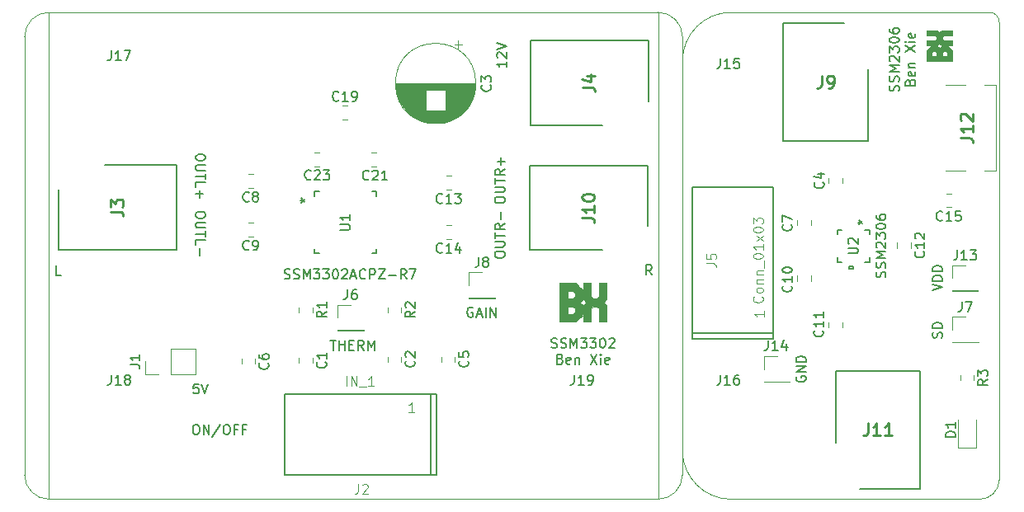
<source format=gto>
G04 #@! TF.GenerationSoftware,KiCad,Pcbnew,(5.1.4)-1*
G04 #@! TF.CreationDate,2020-01-01T20:20:34-05:00*
G04 #@! TF.ProjectId,Board,426f6172-642e-46b6-9963-61645f706362,rev?*
G04 #@! TF.SameCoordinates,Original*
G04 #@! TF.FileFunction,Legend,Top*
G04 #@! TF.FilePolarity,Positive*
%FSLAX46Y46*%
G04 Gerber Fmt 4.6, Leading zero omitted, Abs format (unit mm)*
G04 Created by KiCad (PCBNEW (5.1.4)-1) date 2020-01-01 20:20:34*
%MOMM*%
%LPD*%
G04 APERTURE LIST*
%ADD10C,0.150000*%
%ADD11C,0.050000*%
%ADD12C,0.120000*%
%ADD13C,0.010000*%
%ADD14C,0.100000*%
%ADD15C,0.127000*%
%ADD16C,0.152400*%
%ADD17C,0.200000*%
%ADD18C,0.254000*%
G04 APERTURE END LIST*
D10*
X184979761Y-66438095D02*
X185027380Y-66295238D01*
X185027380Y-66057142D01*
X184979761Y-65961904D01*
X184932142Y-65914285D01*
X184836904Y-65866666D01*
X184741666Y-65866666D01*
X184646428Y-65914285D01*
X184598809Y-65961904D01*
X184551190Y-66057142D01*
X184503571Y-66247619D01*
X184455952Y-66342857D01*
X184408333Y-66390476D01*
X184313095Y-66438095D01*
X184217857Y-66438095D01*
X184122619Y-66390476D01*
X184075000Y-66342857D01*
X184027380Y-66247619D01*
X184027380Y-66009523D01*
X184075000Y-65866666D01*
X184979761Y-65485714D02*
X185027380Y-65342857D01*
X185027380Y-65104761D01*
X184979761Y-65009523D01*
X184932142Y-64961904D01*
X184836904Y-64914285D01*
X184741666Y-64914285D01*
X184646428Y-64961904D01*
X184598809Y-65009523D01*
X184551190Y-65104761D01*
X184503571Y-65295238D01*
X184455952Y-65390476D01*
X184408333Y-65438095D01*
X184313095Y-65485714D01*
X184217857Y-65485714D01*
X184122619Y-65438095D01*
X184075000Y-65390476D01*
X184027380Y-65295238D01*
X184027380Y-65057142D01*
X184075000Y-64914285D01*
X185027380Y-64485714D02*
X184027380Y-64485714D01*
X184741666Y-64152380D01*
X184027380Y-63819047D01*
X185027380Y-63819047D01*
X184122619Y-63390476D02*
X184075000Y-63342857D01*
X184027380Y-63247619D01*
X184027380Y-63009523D01*
X184075000Y-62914285D01*
X184122619Y-62866666D01*
X184217857Y-62819047D01*
X184313095Y-62819047D01*
X184455952Y-62866666D01*
X185027380Y-63438095D01*
X185027380Y-62819047D01*
X184027380Y-62485714D02*
X184027380Y-61866666D01*
X184408333Y-62200000D01*
X184408333Y-62057142D01*
X184455952Y-61961904D01*
X184503571Y-61914285D01*
X184598809Y-61866666D01*
X184836904Y-61866666D01*
X184932142Y-61914285D01*
X184979761Y-61961904D01*
X185027380Y-62057142D01*
X185027380Y-62342857D01*
X184979761Y-62438095D01*
X184932142Y-62485714D01*
X184027380Y-61247619D02*
X184027380Y-61152380D01*
X184075000Y-61057142D01*
X184122619Y-61009523D01*
X184217857Y-60961904D01*
X184408333Y-60914285D01*
X184646428Y-60914285D01*
X184836904Y-60961904D01*
X184932142Y-61009523D01*
X184979761Y-61057142D01*
X185027380Y-61152380D01*
X185027380Y-61247619D01*
X184979761Y-61342857D01*
X184932142Y-61390476D01*
X184836904Y-61438095D01*
X184646428Y-61485714D01*
X184408333Y-61485714D01*
X184217857Y-61438095D01*
X184122619Y-61390476D01*
X184075000Y-61342857D01*
X184027380Y-61247619D01*
X184027380Y-60057142D02*
X184027380Y-60247619D01*
X184075000Y-60342857D01*
X184122619Y-60390476D01*
X184265476Y-60485714D01*
X184455952Y-60533333D01*
X184836904Y-60533333D01*
X184932142Y-60485714D01*
X184979761Y-60438095D01*
X185027380Y-60342857D01*
X185027380Y-60152380D01*
X184979761Y-60057142D01*
X184932142Y-60009523D01*
X184836904Y-59961904D01*
X184598809Y-59961904D01*
X184503571Y-60009523D01*
X184455952Y-60057142D01*
X184408333Y-60152380D01*
X184408333Y-60342857D01*
X184455952Y-60438095D01*
X184503571Y-60485714D01*
X184598809Y-60533333D01*
X186153571Y-65533333D02*
X186201190Y-65390476D01*
X186248809Y-65342857D01*
X186344047Y-65295238D01*
X186486904Y-65295238D01*
X186582142Y-65342857D01*
X186629761Y-65390476D01*
X186677380Y-65485714D01*
X186677380Y-65866666D01*
X185677380Y-65866666D01*
X185677380Y-65533333D01*
X185725000Y-65438095D01*
X185772619Y-65390476D01*
X185867857Y-65342857D01*
X185963095Y-65342857D01*
X186058333Y-65390476D01*
X186105952Y-65438095D01*
X186153571Y-65533333D01*
X186153571Y-65866666D01*
X186629761Y-64485714D02*
X186677380Y-64580952D01*
X186677380Y-64771428D01*
X186629761Y-64866666D01*
X186534523Y-64914285D01*
X186153571Y-64914285D01*
X186058333Y-64866666D01*
X186010714Y-64771428D01*
X186010714Y-64580952D01*
X186058333Y-64485714D01*
X186153571Y-64438095D01*
X186248809Y-64438095D01*
X186344047Y-64914285D01*
X186010714Y-64009523D02*
X186677380Y-64009523D01*
X186105952Y-64009523D02*
X186058333Y-63961904D01*
X186010714Y-63866666D01*
X186010714Y-63723809D01*
X186058333Y-63628571D01*
X186153571Y-63580952D01*
X186677380Y-63580952D01*
X185677380Y-62438095D02*
X186677380Y-61771428D01*
X185677380Y-61771428D02*
X186677380Y-62438095D01*
X186677380Y-61390476D02*
X186010714Y-61390476D01*
X185677380Y-61390476D02*
X185725000Y-61438095D01*
X185772619Y-61390476D01*
X185725000Y-61342857D01*
X185677380Y-61390476D01*
X185772619Y-61390476D01*
X186629761Y-60533333D02*
X186677380Y-60628571D01*
X186677380Y-60819047D01*
X186629761Y-60914285D01*
X186534523Y-60961904D01*
X186153571Y-60961904D01*
X186058333Y-60914285D01*
X186010714Y-60819047D01*
X186010714Y-60628571D01*
X186058333Y-60533333D01*
X186153571Y-60485714D01*
X186248809Y-60485714D01*
X186344047Y-60961904D01*
X189404761Y-91785714D02*
X189452380Y-91642857D01*
X189452380Y-91404761D01*
X189404761Y-91309523D01*
X189357142Y-91261904D01*
X189261904Y-91214285D01*
X189166666Y-91214285D01*
X189071428Y-91261904D01*
X189023809Y-91309523D01*
X188976190Y-91404761D01*
X188928571Y-91595238D01*
X188880952Y-91690476D01*
X188833333Y-91738095D01*
X188738095Y-91785714D01*
X188642857Y-91785714D01*
X188547619Y-91738095D01*
X188500000Y-91690476D01*
X188452380Y-91595238D01*
X188452380Y-91357142D01*
X188500000Y-91214285D01*
X189452380Y-90785714D02*
X188452380Y-90785714D01*
X188452380Y-90547619D01*
X188500000Y-90404761D01*
X188595238Y-90309523D01*
X188690476Y-90261904D01*
X188880952Y-90214285D01*
X189023809Y-90214285D01*
X189214285Y-90261904D01*
X189309523Y-90309523D01*
X189404761Y-90404761D01*
X189452380Y-90547619D01*
X189452380Y-90785714D01*
X188452380Y-86933333D02*
X189452380Y-86600000D01*
X188452380Y-86266666D01*
X189452380Y-85933333D02*
X188452380Y-85933333D01*
X188452380Y-85695238D01*
X188500000Y-85552380D01*
X188595238Y-85457142D01*
X188690476Y-85409523D01*
X188880952Y-85361904D01*
X189023809Y-85361904D01*
X189214285Y-85409523D01*
X189309523Y-85457142D01*
X189404761Y-85552380D01*
X189452380Y-85695238D01*
X189452380Y-85933333D01*
X189452380Y-84933333D02*
X188452380Y-84933333D01*
X188452380Y-84695238D01*
X188500000Y-84552380D01*
X188595238Y-84457142D01*
X188690476Y-84409523D01*
X188880952Y-84361904D01*
X189023809Y-84361904D01*
X189214285Y-84409523D01*
X189309523Y-84457142D01*
X189404761Y-84552380D01*
X189452380Y-84695238D01*
X189452380Y-84933333D01*
X174500000Y-95761904D02*
X174452380Y-95857142D01*
X174452380Y-96000000D01*
X174500000Y-96142857D01*
X174595238Y-96238095D01*
X174690476Y-96285714D01*
X174880952Y-96333333D01*
X175023809Y-96333333D01*
X175214285Y-96285714D01*
X175309523Y-96238095D01*
X175404761Y-96142857D01*
X175452380Y-96000000D01*
X175452380Y-95904761D01*
X175404761Y-95761904D01*
X175357142Y-95714285D01*
X175023809Y-95714285D01*
X175023809Y-95904761D01*
X175452380Y-95285714D02*
X174452380Y-95285714D01*
X175452380Y-94714285D01*
X174452380Y-94714285D01*
X175452380Y-94238095D02*
X174452380Y-94238095D01*
X174452380Y-94000000D01*
X174500000Y-93857142D01*
X174595238Y-93761904D01*
X174690476Y-93714285D01*
X174880952Y-93666666D01*
X175023809Y-93666666D01*
X175214285Y-93714285D01*
X175309523Y-93761904D01*
X175404761Y-93857142D01*
X175452380Y-94000000D01*
X175452380Y-94238095D01*
X126666666Y-92052380D02*
X127238095Y-92052380D01*
X126952380Y-93052380D02*
X126952380Y-92052380D01*
X127571428Y-93052380D02*
X127571428Y-92052380D01*
X127571428Y-92528571D02*
X128142857Y-92528571D01*
X128142857Y-93052380D02*
X128142857Y-92052380D01*
X128619047Y-92528571D02*
X128952380Y-92528571D01*
X129095238Y-93052380D02*
X128619047Y-93052380D01*
X128619047Y-92052380D01*
X129095238Y-92052380D01*
X130095238Y-93052380D02*
X129761904Y-92576190D01*
X129523809Y-93052380D02*
X129523809Y-92052380D01*
X129904761Y-92052380D01*
X130000000Y-92100000D01*
X130047619Y-92147619D01*
X130095238Y-92242857D01*
X130095238Y-92385714D01*
X130047619Y-92480952D01*
X130000000Y-92528571D01*
X129904761Y-92576190D01*
X129523809Y-92576190D01*
X130523809Y-93052380D02*
X130523809Y-92052380D01*
X130857142Y-92766666D01*
X131190476Y-92052380D01*
X131190476Y-93052380D01*
X141271428Y-88700000D02*
X141176190Y-88652380D01*
X141033333Y-88652380D01*
X140890476Y-88700000D01*
X140795238Y-88795238D01*
X140747619Y-88890476D01*
X140700000Y-89080952D01*
X140700000Y-89223809D01*
X140747619Y-89414285D01*
X140795238Y-89509523D01*
X140890476Y-89604761D01*
X141033333Y-89652380D01*
X141128571Y-89652380D01*
X141271428Y-89604761D01*
X141319047Y-89557142D01*
X141319047Y-89223809D01*
X141128571Y-89223809D01*
X141700000Y-89366666D02*
X142176190Y-89366666D01*
X141604761Y-89652380D02*
X141938095Y-88652380D01*
X142271428Y-89652380D01*
X142604761Y-89652380D02*
X142604761Y-88652380D01*
X143080952Y-89652380D02*
X143080952Y-88652380D01*
X143652380Y-89652380D01*
X143652380Y-88652380D01*
X149361904Y-92779761D02*
X149504761Y-92827380D01*
X149742857Y-92827380D01*
X149838095Y-92779761D01*
X149885714Y-92732142D01*
X149933333Y-92636904D01*
X149933333Y-92541666D01*
X149885714Y-92446428D01*
X149838095Y-92398809D01*
X149742857Y-92351190D01*
X149552380Y-92303571D01*
X149457142Y-92255952D01*
X149409523Y-92208333D01*
X149361904Y-92113095D01*
X149361904Y-92017857D01*
X149409523Y-91922619D01*
X149457142Y-91875000D01*
X149552380Y-91827380D01*
X149790476Y-91827380D01*
X149933333Y-91875000D01*
X150314285Y-92779761D02*
X150457142Y-92827380D01*
X150695238Y-92827380D01*
X150790476Y-92779761D01*
X150838095Y-92732142D01*
X150885714Y-92636904D01*
X150885714Y-92541666D01*
X150838095Y-92446428D01*
X150790476Y-92398809D01*
X150695238Y-92351190D01*
X150504761Y-92303571D01*
X150409523Y-92255952D01*
X150361904Y-92208333D01*
X150314285Y-92113095D01*
X150314285Y-92017857D01*
X150361904Y-91922619D01*
X150409523Y-91875000D01*
X150504761Y-91827380D01*
X150742857Y-91827380D01*
X150885714Y-91875000D01*
X151314285Y-92827380D02*
X151314285Y-91827380D01*
X151647619Y-92541666D01*
X151980952Y-91827380D01*
X151980952Y-92827380D01*
X152361904Y-91827380D02*
X152980952Y-91827380D01*
X152647619Y-92208333D01*
X152790476Y-92208333D01*
X152885714Y-92255952D01*
X152933333Y-92303571D01*
X152980952Y-92398809D01*
X152980952Y-92636904D01*
X152933333Y-92732142D01*
X152885714Y-92779761D01*
X152790476Y-92827380D01*
X152504761Y-92827380D01*
X152409523Y-92779761D01*
X152361904Y-92732142D01*
X153314285Y-91827380D02*
X153933333Y-91827380D01*
X153600000Y-92208333D01*
X153742857Y-92208333D01*
X153838095Y-92255952D01*
X153885714Y-92303571D01*
X153933333Y-92398809D01*
X153933333Y-92636904D01*
X153885714Y-92732142D01*
X153838095Y-92779761D01*
X153742857Y-92827380D01*
X153457142Y-92827380D01*
X153361904Y-92779761D01*
X153314285Y-92732142D01*
X154552380Y-91827380D02*
X154647619Y-91827380D01*
X154742857Y-91875000D01*
X154790476Y-91922619D01*
X154838095Y-92017857D01*
X154885714Y-92208333D01*
X154885714Y-92446428D01*
X154838095Y-92636904D01*
X154790476Y-92732142D01*
X154742857Y-92779761D01*
X154647619Y-92827380D01*
X154552380Y-92827380D01*
X154457142Y-92779761D01*
X154409523Y-92732142D01*
X154361904Y-92636904D01*
X154314285Y-92446428D01*
X154314285Y-92208333D01*
X154361904Y-92017857D01*
X154409523Y-91922619D01*
X154457142Y-91875000D01*
X154552380Y-91827380D01*
X155266666Y-91922619D02*
X155314285Y-91875000D01*
X155409523Y-91827380D01*
X155647619Y-91827380D01*
X155742857Y-91875000D01*
X155790476Y-91922619D01*
X155838095Y-92017857D01*
X155838095Y-92113095D01*
X155790476Y-92255952D01*
X155219047Y-92827380D01*
X155838095Y-92827380D01*
X150266666Y-93953571D02*
X150409523Y-94001190D01*
X150457142Y-94048809D01*
X150504761Y-94144047D01*
X150504761Y-94286904D01*
X150457142Y-94382142D01*
X150409523Y-94429761D01*
X150314285Y-94477380D01*
X149933333Y-94477380D01*
X149933333Y-93477380D01*
X150266666Y-93477380D01*
X150361904Y-93525000D01*
X150409523Y-93572619D01*
X150457142Y-93667857D01*
X150457142Y-93763095D01*
X150409523Y-93858333D01*
X150361904Y-93905952D01*
X150266666Y-93953571D01*
X149933333Y-93953571D01*
X151314285Y-94429761D02*
X151219047Y-94477380D01*
X151028571Y-94477380D01*
X150933333Y-94429761D01*
X150885714Y-94334523D01*
X150885714Y-93953571D01*
X150933333Y-93858333D01*
X151028571Y-93810714D01*
X151219047Y-93810714D01*
X151314285Y-93858333D01*
X151361904Y-93953571D01*
X151361904Y-94048809D01*
X150885714Y-94144047D01*
X151790476Y-93810714D02*
X151790476Y-94477380D01*
X151790476Y-93905952D02*
X151838095Y-93858333D01*
X151933333Y-93810714D01*
X152076190Y-93810714D01*
X152171428Y-93858333D01*
X152219047Y-93953571D01*
X152219047Y-94477380D01*
X153361904Y-93477380D02*
X154028571Y-94477380D01*
X154028571Y-93477380D02*
X153361904Y-94477380D01*
X154409523Y-94477380D02*
X154409523Y-93810714D01*
X154409523Y-93477380D02*
X154361904Y-93525000D01*
X154409523Y-93572619D01*
X154457142Y-93525000D01*
X154409523Y-93477380D01*
X154409523Y-93572619D01*
X155266666Y-94429761D02*
X155171428Y-94477380D01*
X154980952Y-94477380D01*
X154885714Y-94429761D01*
X154838095Y-94334523D01*
X154838095Y-93953571D01*
X154885714Y-93858333D01*
X154980952Y-93810714D01*
X155171428Y-93810714D01*
X155266666Y-93858333D01*
X155314285Y-93953571D01*
X155314285Y-94048809D01*
X154838095Y-94144047D01*
X143552380Y-83319047D02*
X143552380Y-83128571D01*
X143600000Y-83033333D01*
X143695238Y-82938095D01*
X143885714Y-82890476D01*
X144219047Y-82890476D01*
X144409523Y-82938095D01*
X144504761Y-83033333D01*
X144552380Y-83128571D01*
X144552380Y-83319047D01*
X144504761Y-83414285D01*
X144409523Y-83509523D01*
X144219047Y-83557142D01*
X143885714Y-83557142D01*
X143695238Y-83509523D01*
X143600000Y-83414285D01*
X143552380Y-83319047D01*
X143552380Y-82461904D02*
X144361904Y-82461904D01*
X144457142Y-82414285D01*
X144504761Y-82366666D01*
X144552380Y-82271428D01*
X144552380Y-82080952D01*
X144504761Y-81985714D01*
X144457142Y-81938095D01*
X144361904Y-81890476D01*
X143552380Y-81890476D01*
X143552380Y-81557142D02*
X143552380Y-80985714D01*
X144552380Y-81271428D02*
X143552380Y-81271428D01*
X144552380Y-80080952D02*
X144076190Y-80414285D01*
X144552380Y-80652380D02*
X143552380Y-80652380D01*
X143552380Y-80271428D01*
X143600000Y-80176190D01*
X143647619Y-80128571D01*
X143742857Y-80080952D01*
X143885714Y-80080952D01*
X143980952Y-80128571D01*
X144028571Y-80176190D01*
X144076190Y-80271428D01*
X144076190Y-80652380D01*
X144171428Y-79652380D02*
X144171428Y-78890476D01*
X143552380Y-77719047D02*
X143552380Y-77528571D01*
X143600000Y-77433333D01*
X143695238Y-77338095D01*
X143885714Y-77290476D01*
X144219047Y-77290476D01*
X144409523Y-77338095D01*
X144504761Y-77433333D01*
X144552380Y-77528571D01*
X144552380Y-77719047D01*
X144504761Y-77814285D01*
X144409523Y-77909523D01*
X144219047Y-77957142D01*
X143885714Y-77957142D01*
X143695238Y-77909523D01*
X143600000Y-77814285D01*
X143552380Y-77719047D01*
X143552380Y-76861904D02*
X144361904Y-76861904D01*
X144457142Y-76814285D01*
X144504761Y-76766666D01*
X144552380Y-76671428D01*
X144552380Y-76480952D01*
X144504761Y-76385714D01*
X144457142Y-76338095D01*
X144361904Y-76290476D01*
X143552380Y-76290476D01*
X143552380Y-75957142D02*
X143552380Y-75385714D01*
X144552380Y-75671428D02*
X143552380Y-75671428D01*
X144552380Y-74480952D02*
X144076190Y-74814285D01*
X144552380Y-75052380D02*
X143552380Y-75052380D01*
X143552380Y-74671428D01*
X143600000Y-74576190D01*
X143647619Y-74528571D01*
X143742857Y-74480952D01*
X143885714Y-74480952D01*
X143980952Y-74528571D01*
X144028571Y-74576190D01*
X144076190Y-74671428D01*
X144076190Y-75052380D01*
X144171428Y-74052380D02*
X144171428Y-73290476D01*
X144552380Y-73671428D02*
X143790476Y-73671428D01*
X113847619Y-79076190D02*
X113847619Y-79266666D01*
X113800000Y-79361904D01*
X113704761Y-79457142D01*
X113514285Y-79504761D01*
X113180952Y-79504761D01*
X112990476Y-79457142D01*
X112895238Y-79361904D01*
X112847619Y-79266666D01*
X112847619Y-79076190D01*
X112895238Y-78980952D01*
X112990476Y-78885714D01*
X113180952Y-78838095D01*
X113514285Y-78838095D01*
X113704761Y-78885714D01*
X113800000Y-78980952D01*
X113847619Y-79076190D01*
X113847619Y-79933333D02*
X113038095Y-79933333D01*
X112942857Y-79980952D01*
X112895238Y-80028571D01*
X112847619Y-80123809D01*
X112847619Y-80314285D01*
X112895238Y-80409523D01*
X112942857Y-80457142D01*
X113038095Y-80504761D01*
X113847619Y-80504761D01*
X113847619Y-80838095D02*
X113847619Y-81409523D01*
X112847619Y-81123809D02*
X113847619Y-81123809D01*
X112847619Y-82219047D02*
X112847619Y-81742857D01*
X113847619Y-81742857D01*
X113228571Y-82552380D02*
X113228571Y-83314285D01*
X113847619Y-73176190D02*
X113847619Y-73366666D01*
X113800000Y-73461904D01*
X113704761Y-73557142D01*
X113514285Y-73604761D01*
X113180952Y-73604761D01*
X112990476Y-73557142D01*
X112895238Y-73461904D01*
X112847619Y-73366666D01*
X112847619Y-73176190D01*
X112895238Y-73080952D01*
X112990476Y-72985714D01*
X113180952Y-72938095D01*
X113514285Y-72938095D01*
X113704761Y-72985714D01*
X113800000Y-73080952D01*
X113847619Y-73176190D01*
X113847619Y-74033333D02*
X113038095Y-74033333D01*
X112942857Y-74080952D01*
X112895238Y-74128571D01*
X112847619Y-74223809D01*
X112847619Y-74414285D01*
X112895238Y-74509523D01*
X112942857Y-74557142D01*
X113038095Y-74604761D01*
X113847619Y-74604761D01*
X113847619Y-74938095D02*
X113847619Y-75509523D01*
X112847619Y-75223809D02*
X113847619Y-75223809D01*
X112847619Y-76319047D02*
X112847619Y-75842857D01*
X113847619Y-75842857D01*
X113228571Y-76652380D02*
X113228571Y-77414285D01*
X112847619Y-77033333D02*
X113609523Y-77033333D01*
D11*
X162800000Y-63360000D02*
X162800000Y-103360000D01*
X194300000Y-58360000D02*
X167800000Y-58360000D01*
X195300000Y-106360000D02*
X195300000Y-59360000D01*
X193300000Y-108360000D02*
X167800000Y-108360000D01*
X97800000Y-58360000D02*
X160300000Y-58360000D01*
X95300000Y-105860000D02*
X95300000Y-60860000D01*
X160300000Y-108360000D02*
X97800000Y-108360000D01*
X162800000Y-105860000D02*
X162800000Y-103360000D01*
X162800000Y-60860000D02*
X162800000Y-63360000D01*
D12*
X160300000Y-58360000D02*
X160300000Y-108360000D01*
D11*
X95300000Y-60860000D02*
G75*
G02X97800000Y-58360000I2500000J0D01*
G01*
X162800000Y-63360000D02*
G75*
G02X167800000Y-58360000I5000000J0D01*
G01*
X167800000Y-108360000D02*
G75*
G02X162800000Y-103360000I0J5000000D01*
G01*
X195300000Y-106360000D02*
G75*
G02X193300000Y-108360000I-2000000J0D01*
G01*
X194300000Y-58360000D02*
G75*
G02X195300000Y-59360000I0J-1000000D01*
G01*
D10*
X113139523Y-96512380D02*
X112663333Y-96512380D01*
X112615714Y-96988571D01*
X112663333Y-96940952D01*
X112758571Y-96893333D01*
X112996666Y-96893333D01*
X113091904Y-96940952D01*
X113139523Y-96988571D01*
X113187142Y-97083809D01*
X113187142Y-97321904D01*
X113139523Y-97417142D01*
X113091904Y-97464761D01*
X112996666Y-97512380D01*
X112758571Y-97512380D01*
X112663333Y-97464761D01*
X112615714Y-97417142D01*
X113472857Y-96512380D02*
X113806190Y-97512380D01*
X114139523Y-96512380D01*
X112796190Y-100712380D02*
X112986666Y-100712380D01*
X113081904Y-100760000D01*
X113177142Y-100855238D01*
X113224761Y-101045714D01*
X113224761Y-101379047D01*
X113177142Y-101569523D01*
X113081904Y-101664761D01*
X112986666Y-101712380D01*
X112796190Y-101712380D01*
X112700952Y-101664761D01*
X112605714Y-101569523D01*
X112558095Y-101379047D01*
X112558095Y-101045714D01*
X112605714Y-100855238D01*
X112700952Y-100760000D01*
X112796190Y-100712380D01*
X113653333Y-101712380D02*
X113653333Y-100712380D01*
X114224761Y-101712380D01*
X114224761Y-100712380D01*
X115415238Y-100664761D02*
X114558095Y-101950476D01*
X115939047Y-100712380D02*
X116129523Y-100712380D01*
X116224761Y-100760000D01*
X116320000Y-100855238D01*
X116367619Y-101045714D01*
X116367619Y-101379047D01*
X116320000Y-101569523D01*
X116224761Y-101664761D01*
X116129523Y-101712380D01*
X115939047Y-101712380D01*
X115843809Y-101664761D01*
X115748571Y-101569523D01*
X115700952Y-101379047D01*
X115700952Y-101045714D01*
X115748571Y-100855238D01*
X115843809Y-100760000D01*
X115939047Y-100712380D01*
X117129523Y-101188571D02*
X116796190Y-101188571D01*
X116796190Y-101712380D02*
X116796190Y-100712380D01*
X117272380Y-100712380D01*
X117986666Y-101188571D02*
X117653333Y-101188571D01*
X117653333Y-101712380D02*
X117653333Y-100712380D01*
X118129523Y-100712380D01*
X98999523Y-85372380D02*
X98523333Y-85372380D01*
X98523333Y-84372380D01*
X159649523Y-85302380D02*
X159316190Y-84826190D01*
X159078095Y-85302380D02*
X159078095Y-84302380D01*
X159459047Y-84302380D01*
X159554285Y-84350000D01*
X159601904Y-84397619D01*
X159649523Y-84492857D01*
X159649523Y-84635714D01*
X159601904Y-84730952D01*
X159554285Y-84778571D01*
X159459047Y-84826190D01*
X159078095Y-84826190D01*
X144752380Y-63419047D02*
X144752380Y-63990476D01*
X144752380Y-63704761D02*
X143752380Y-63704761D01*
X143895238Y-63800000D01*
X143990476Y-63895238D01*
X144038095Y-63990476D01*
X143847619Y-63038095D02*
X143800000Y-62990476D01*
X143752380Y-62895238D01*
X143752380Y-62657142D01*
X143800000Y-62561904D01*
X143847619Y-62514285D01*
X143942857Y-62466666D01*
X144038095Y-62466666D01*
X144180952Y-62514285D01*
X144752380Y-63085714D01*
X144752380Y-62466666D01*
X143752380Y-62180952D02*
X144752380Y-61847619D01*
X143752380Y-61514285D01*
D11*
X162800000Y-105860000D02*
G75*
G02X160300000Y-108360000I-2500000J0D01*
G01*
X97800000Y-108360000D02*
G75*
G02X95300000Y-105860000I0J2500000D01*
G01*
X160300000Y-58360000D02*
G75*
G02X162800000Y-60860000I0J-2500000D01*
G01*
D12*
X97800000Y-58360000D02*
X97800000Y-108360000D01*
D13*
G36*
X188749625Y-61245818D02*
G01*
X188824721Y-61170826D01*
X188899818Y-61095833D01*
X188899818Y-60873950D01*
X188824721Y-60798957D01*
X188749625Y-60723964D01*
X187846872Y-60723964D01*
X187846872Y-60199012D01*
X188235563Y-60195943D01*
X188299840Y-60195452D01*
X188365221Y-60194986D01*
X188430573Y-60194551D01*
X188494762Y-60194152D01*
X188556655Y-60193795D01*
X188615119Y-60193488D01*
X188669021Y-60193236D01*
X188717227Y-60193046D01*
X188758605Y-60192923D01*
X188792020Y-60192874D01*
X188795558Y-60192873D01*
X188966862Y-60192873D01*
X189066073Y-60292165D01*
X189165285Y-60391457D01*
X189264653Y-60292165D01*
X189364022Y-60192873D01*
X189532547Y-60192876D01*
X189564316Y-60192916D01*
X189604203Y-60193029D01*
X189651092Y-60193210D01*
X189703865Y-60193453D01*
X189761405Y-60193751D01*
X189822596Y-60194099D01*
X189886319Y-60194490D01*
X189951459Y-60194918D01*
X190016896Y-60195377D01*
X190081515Y-60195861D01*
X190092463Y-60195946D01*
X190483854Y-60199013D01*
X190483854Y-60723964D01*
X189585513Y-60723964D01*
X189510520Y-60799060D01*
X189435527Y-60874157D01*
X189435527Y-61095626D01*
X189585513Y-61245818D01*
X190483854Y-61245818D01*
X190483854Y-61776909D01*
X189360602Y-61776909D01*
X189165010Y-61583217D01*
X188971482Y-61776909D01*
X188516550Y-61776899D01*
X188449753Y-61776865D01*
X188383656Y-61776772D01*
X188319095Y-61776622D01*
X188256903Y-61776421D01*
X188197916Y-61776173D01*
X188142968Y-61775882D01*
X188092894Y-61775554D01*
X188048530Y-61775192D01*
X188010709Y-61774802D01*
X187980267Y-61774387D01*
X187958038Y-61773952D01*
X187954245Y-61773852D01*
X187846872Y-61770816D01*
X187846872Y-61245818D01*
X188749625Y-61245818D01*
X188749625Y-61245818D01*
G37*
X188749625Y-61245818D02*
X188824721Y-61170826D01*
X188899818Y-61095833D01*
X188899818Y-60873950D01*
X188824721Y-60798957D01*
X188749625Y-60723964D01*
X187846872Y-60723964D01*
X187846872Y-60199012D01*
X188235563Y-60195943D01*
X188299840Y-60195452D01*
X188365221Y-60194986D01*
X188430573Y-60194551D01*
X188494762Y-60194152D01*
X188556655Y-60193795D01*
X188615119Y-60193488D01*
X188669021Y-60193236D01*
X188717227Y-60193046D01*
X188758605Y-60192923D01*
X188792020Y-60192874D01*
X188795558Y-60192873D01*
X188966862Y-60192873D01*
X189066073Y-60292165D01*
X189165285Y-60391457D01*
X189264653Y-60292165D01*
X189364022Y-60192873D01*
X189532547Y-60192876D01*
X189564316Y-60192916D01*
X189604203Y-60193029D01*
X189651092Y-60193210D01*
X189703865Y-60193453D01*
X189761405Y-60193751D01*
X189822596Y-60194099D01*
X189886319Y-60194490D01*
X189951459Y-60194918D01*
X190016896Y-60195377D01*
X190081515Y-60195861D01*
X190092463Y-60195946D01*
X190483854Y-60199013D01*
X190483854Y-60723964D01*
X189585513Y-60723964D01*
X189510520Y-60799060D01*
X189435527Y-60874157D01*
X189435527Y-61095626D01*
X189585513Y-61245818D01*
X190483854Y-61245818D01*
X190483854Y-61776909D01*
X189360602Y-61776909D01*
X189165010Y-61583217D01*
X188971482Y-61776909D01*
X188516550Y-61776899D01*
X188449753Y-61776865D01*
X188383656Y-61776772D01*
X188319095Y-61776622D01*
X188256903Y-61776421D01*
X188197916Y-61776173D01*
X188142968Y-61775882D01*
X188092894Y-61775554D01*
X188048530Y-61775192D01*
X188010709Y-61774802D01*
X187980267Y-61774387D01*
X187958038Y-61773952D01*
X187954245Y-61773852D01*
X187846872Y-61770816D01*
X187846872Y-61245818D01*
X188749625Y-61245818D01*
G36*
X188083571Y-62032047D02*
G01*
X188315652Y-61800000D01*
X188971480Y-61800000D01*
X189070599Y-61899199D01*
X189169717Y-61998398D01*
X189269576Y-61899199D01*
X189369434Y-61800000D01*
X190028998Y-61800000D01*
X190261044Y-62032081D01*
X190493091Y-62264162D01*
X190491980Y-62592035D01*
X190491760Y-62654622D01*
X190491514Y-62720911D01*
X190491249Y-62789281D01*
X190490971Y-62858114D01*
X190490686Y-62925789D01*
X190490403Y-62990687D01*
X190490127Y-63051187D01*
X190489865Y-63105670D01*
X190489628Y-63151973D01*
X190488387Y-63384037D01*
X189440145Y-63384037D01*
X189440145Y-62852946D01*
X189962000Y-62852946D01*
X189962000Y-62485899D01*
X189807392Y-62331091D01*
X189588695Y-62331091D01*
X189440145Y-62485547D01*
X189440145Y-62852946D01*
X189440145Y-63384037D01*
X188382582Y-63384037D01*
X188382582Y-62852946D01*
X188904436Y-62852946D01*
X188904436Y-62485899D01*
X188827132Y-62408495D01*
X188749829Y-62331091D01*
X188537390Y-62331091D01*
X188459986Y-62408395D01*
X188382582Y-62485698D01*
X188382582Y-62852946D01*
X188382582Y-63384037D01*
X187851491Y-63384037D01*
X187851491Y-62264093D01*
X188083571Y-62032047D01*
X188083571Y-62032047D01*
G37*
X188083571Y-62032047D02*
X188315652Y-61800000D01*
X188971480Y-61800000D01*
X189070599Y-61899199D01*
X189169717Y-61998398D01*
X189269576Y-61899199D01*
X189369434Y-61800000D01*
X190028998Y-61800000D01*
X190261044Y-62032081D01*
X190493091Y-62264162D01*
X190491980Y-62592035D01*
X190491760Y-62654622D01*
X190491514Y-62720911D01*
X190491249Y-62789281D01*
X190490971Y-62858114D01*
X190490686Y-62925789D01*
X190490403Y-62990687D01*
X190490127Y-63051187D01*
X190489865Y-63105670D01*
X190489628Y-63151973D01*
X190488387Y-63384037D01*
X189440145Y-63384037D01*
X189440145Y-62852946D01*
X189962000Y-62852946D01*
X189962000Y-62485899D01*
X189807392Y-62331091D01*
X189588695Y-62331091D01*
X189440145Y-62485547D01*
X189440145Y-62852946D01*
X189440145Y-63384037D01*
X188382582Y-63384037D01*
X188382582Y-62852946D01*
X188904436Y-62852946D01*
X188904436Y-62485899D01*
X188827132Y-62408495D01*
X188749829Y-62331091D01*
X188537390Y-62331091D01*
X188459986Y-62408395D01*
X188382582Y-62485698D01*
X188382582Y-62852946D01*
X188382582Y-63384037D01*
X187851491Y-63384037D01*
X187851491Y-62264093D01*
X188083571Y-62032047D01*
G36*
X153435068Y-87521353D02*
G01*
X153661074Y-87747671D01*
X153995418Y-87747671D01*
X154221424Y-87521353D01*
X154221424Y-86161041D01*
X155012447Y-86161041D01*
X155017073Y-86746739D01*
X155017812Y-86843595D01*
X155018514Y-86942114D01*
X155019170Y-87040589D01*
X155019772Y-87137312D01*
X155020309Y-87230576D01*
X155020772Y-87318673D01*
X155021151Y-87399895D01*
X155021438Y-87472534D01*
X155021624Y-87534884D01*
X155021697Y-87585236D01*
X155021698Y-87590567D01*
X155021698Y-87848696D01*
X154872081Y-87998193D01*
X154722463Y-88147689D01*
X154872081Y-88297423D01*
X155021698Y-88447157D01*
X155021694Y-88701099D01*
X155021634Y-88748969D01*
X155021464Y-88809073D01*
X155021191Y-88879727D01*
X155020825Y-88959249D01*
X155020375Y-89045954D01*
X155019852Y-89138159D01*
X155019263Y-89234180D01*
X155018618Y-89332335D01*
X155017926Y-89430940D01*
X155017197Y-89528311D01*
X155017068Y-89544808D01*
X155012447Y-90134575D01*
X154221424Y-90134575D01*
X154221424Y-88780910D01*
X153995106Y-88554904D01*
X153661386Y-88554904D01*
X153435068Y-88780910D01*
X153435068Y-90134575D01*
X152634794Y-90134575D01*
X152634794Y-88442003D01*
X152780727Y-88294639D01*
X152926659Y-88147275D01*
X152780727Y-88001467D01*
X152634794Y-87855658D01*
X152634810Y-87170144D01*
X152634860Y-87069491D01*
X152635002Y-86969893D01*
X152635227Y-86872608D01*
X152635531Y-86778895D01*
X152635904Y-86690010D01*
X152636342Y-86607212D01*
X152636837Y-86531759D01*
X152637382Y-86464908D01*
X152637970Y-86407918D01*
X152638595Y-86362046D01*
X152639250Y-86328550D01*
X152639401Y-86322835D01*
X152643976Y-86161041D01*
X153435068Y-86161041D01*
X153435068Y-87521353D01*
X153435068Y-87521353D01*
G37*
X153435068Y-87521353D02*
X153661074Y-87747671D01*
X153995418Y-87747671D01*
X154221424Y-87521353D01*
X154221424Y-86161041D01*
X155012447Y-86161041D01*
X155017073Y-86746739D01*
X155017812Y-86843595D01*
X155018514Y-86942114D01*
X155019170Y-87040589D01*
X155019772Y-87137312D01*
X155020309Y-87230576D01*
X155020772Y-87318673D01*
X155021151Y-87399895D01*
X155021438Y-87472534D01*
X155021624Y-87534884D01*
X155021697Y-87585236D01*
X155021698Y-87590567D01*
X155021698Y-87848696D01*
X154872081Y-87998193D01*
X154722463Y-88147689D01*
X154872081Y-88297423D01*
X155021698Y-88447157D01*
X155021694Y-88701099D01*
X155021634Y-88748969D01*
X155021464Y-88809073D01*
X155021191Y-88879727D01*
X155020825Y-88959249D01*
X155020375Y-89045954D01*
X155019852Y-89138159D01*
X155019263Y-89234180D01*
X155018618Y-89332335D01*
X155017926Y-89430940D01*
X155017197Y-89528311D01*
X155017068Y-89544808D01*
X155012447Y-90134575D01*
X154221424Y-90134575D01*
X154221424Y-88780910D01*
X153995106Y-88554904D01*
X153661386Y-88554904D01*
X153435068Y-88780910D01*
X153435068Y-90134575D01*
X152634794Y-90134575D01*
X152634794Y-88442003D01*
X152780727Y-88294639D01*
X152926659Y-88147275D01*
X152780727Y-88001467D01*
X152634794Y-87855658D01*
X152634810Y-87170144D01*
X152634860Y-87069491D01*
X152635002Y-86969893D01*
X152635227Y-86872608D01*
X152635531Y-86778895D01*
X152635904Y-86690010D01*
X152636342Y-86607212D01*
X152636837Y-86531759D01*
X152637382Y-86464908D01*
X152637970Y-86407918D01*
X152638595Y-86362046D01*
X152639250Y-86328550D01*
X152639401Y-86322835D01*
X152643976Y-86161041D01*
X153435068Y-86161041D01*
X153435068Y-87521353D01*
G36*
X152250341Y-86517710D02*
G01*
X152600000Y-86867421D01*
X152600000Y-87855655D01*
X152301044Y-88154369D01*
X152450522Y-88304840D01*
X152600000Y-88455312D01*
X152600000Y-89449175D01*
X152250289Y-89798834D01*
X151900579Y-90148493D01*
X151406522Y-90146819D01*
X151312214Y-90146488D01*
X151212327Y-90146118D01*
X151109303Y-90145718D01*
X151005582Y-90145298D01*
X150903606Y-90144870D01*
X150805815Y-90144443D01*
X150714650Y-90144027D01*
X150632552Y-90143633D01*
X150562781Y-90143275D01*
X150213096Y-90141405D01*
X150213096Y-88561863D01*
X151013370Y-88561863D01*
X151013370Y-89348219D01*
X151566453Y-89348219D01*
X151683089Y-89231734D01*
X151799726Y-89115249D01*
X151799726Y-88785705D01*
X151683355Y-88673784D01*
X151566983Y-88561863D01*
X151013370Y-88561863D01*
X150213096Y-88561863D01*
X150213096Y-86968274D01*
X151013370Y-86968274D01*
X151013370Y-87754630D01*
X151566453Y-87754630D01*
X151683089Y-87638145D01*
X151799726Y-87521660D01*
X151799726Y-87201546D01*
X151566756Y-86968274D01*
X151013370Y-86968274D01*
X150213096Y-86968274D01*
X150213096Y-86168000D01*
X151900682Y-86168000D01*
X152250341Y-86517710D01*
X152250341Y-86517710D01*
G37*
X152250341Y-86517710D02*
X152600000Y-86867421D01*
X152600000Y-87855655D01*
X152301044Y-88154369D01*
X152450522Y-88304840D01*
X152600000Y-88455312D01*
X152600000Y-89449175D01*
X152250289Y-89798834D01*
X151900579Y-90148493D01*
X151406522Y-90146819D01*
X151312214Y-90146488D01*
X151212327Y-90146118D01*
X151109303Y-90145718D01*
X151005582Y-90145298D01*
X150903606Y-90144870D01*
X150805815Y-90144443D01*
X150714650Y-90144027D01*
X150632552Y-90143633D01*
X150562781Y-90143275D01*
X150213096Y-90141405D01*
X150213096Y-88561863D01*
X151013370Y-88561863D01*
X151013370Y-89348219D01*
X151566453Y-89348219D01*
X151683089Y-89231734D01*
X151799726Y-89115249D01*
X151799726Y-88785705D01*
X151683355Y-88673784D01*
X151566983Y-88561863D01*
X151013370Y-88561863D01*
X150213096Y-88561863D01*
X150213096Y-86968274D01*
X151013370Y-86968274D01*
X151013370Y-87754630D01*
X151566453Y-87754630D01*
X151683089Y-87638145D01*
X151799726Y-87521660D01*
X151799726Y-87201546D01*
X151566756Y-86968274D01*
X151013370Y-86968274D01*
X150213096Y-86968274D01*
X150213096Y-86168000D01*
X151900682Y-86168000D01*
X152250341Y-86517710D01*
D12*
X191290000Y-95638748D02*
X191290000Y-96161252D01*
X192710000Y-95638748D02*
X192710000Y-96161252D01*
X192960000Y-103085000D02*
X192960000Y-100225000D01*
X191040000Y-103085000D02*
X192960000Y-103085000D01*
X191040000Y-100225000D02*
X191040000Y-103085000D01*
X107670000Y-95530000D02*
X107670000Y-94200000D01*
X109000000Y-95530000D02*
X107670000Y-95530000D01*
X110270000Y-95530000D02*
X110270000Y-92870000D01*
X110270000Y-92870000D02*
X112870000Y-92870000D01*
X110270000Y-95530000D02*
X112870000Y-95530000D01*
X112870000Y-95530000D02*
X112870000Y-92870000D01*
D14*
X194960000Y-65800000D02*
X193810000Y-65800000D01*
X194960000Y-74600000D02*
X194960000Y-65800000D01*
X193810000Y-74600000D02*
X194960000Y-74600000D01*
X189810000Y-74600000D02*
X191810000Y-74600000D01*
X189810000Y-65800000D02*
X191810000Y-65775000D01*
D15*
X137000000Y-105860000D02*
X137000000Y-97560000D01*
X122000000Y-97560000D02*
X122000000Y-105860000D01*
X137000000Y-97560000D02*
X122000000Y-97560000D01*
X137600000Y-97560000D02*
X137000000Y-97560000D01*
X137600000Y-105860000D02*
X137600000Y-97560000D01*
X137000000Y-105860000D02*
X137600000Y-105860000D01*
X122000000Y-105860000D02*
X137000000Y-105860000D01*
D12*
X171170000Y-93670000D02*
X172500000Y-93670000D01*
X171170000Y-95000000D02*
X171170000Y-93670000D01*
X171170000Y-96270000D02*
X173830000Y-96270000D01*
X173830000Y-96270000D02*
X173830000Y-96330000D01*
X171170000Y-96270000D02*
X171170000Y-96330000D01*
X171170000Y-96330000D02*
X173830000Y-96330000D01*
X190470000Y-84330000D02*
X191800000Y-84330000D01*
X190470000Y-85660000D02*
X190470000Y-84330000D01*
X190470000Y-86930000D02*
X193130000Y-86930000D01*
X193130000Y-86930000D02*
X193130000Y-86990000D01*
X190470000Y-86930000D02*
X190470000Y-86990000D01*
X190470000Y-86990000D02*
X193130000Y-86990000D01*
D16*
X180290501Y-84417400D02*
X180290501Y-84671400D01*
X179909500Y-84417400D02*
X180290501Y-84417400D01*
X179909500Y-84671400D02*
X179909500Y-84417400D01*
X180290501Y-84671400D02*
X179909500Y-84671400D01*
X181975600Y-81175659D02*
X181975600Y-80734400D01*
X181534341Y-83985600D02*
X181975600Y-83985600D01*
X178724400Y-83544341D02*
X178724400Y-83985600D01*
X179165659Y-80734400D02*
X178724400Y-80734400D01*
X181975600Y-80734400D02*
X181534341Y-80734400D01*
X181975600Y-83985600D02*
X181975600Y-83544341D01*
X178724400Y-83985600D02*
X179165659Y-83985600D01*
X178724400Y-80734400D02*
X178724400Y-81175659D01*
D17*
X178500000Y-95200000D02*
X178500000Y-102600000D01*
X187200000Y-95200000D02*
X178500000Y-95200000D01*
X187200000Y-107300000D02*
X187200000Y-95200000D01*
X181000000Y-107300000D02*
X187200000Y-107300000D01*
X181850000Y-71600000D02*
X181850000Y-64200000D01*
X173150000Y-71600000D02*
X181850000Y-71600000D01*
X173150000Y-59500000D02*
X173150000Y-71600000D01*
X179350000Y-59500000D02*
X173150000Y-59500000D01*
D12*
X190490000Y-89610000D02*
X191820000Y-89610000D01*
X190490000Y-90940000D02*
X190490000Y-89610000D01*
X190490000Y-92210000D02*
X193150000Y-92210000D01*
X193150000Y-92210000D02*
X193150000Y-92270000D01*
X190490000Y-92210000D02*
X190490000Y-92270000D01*
X190490000Y-92270000D02*
X193150000Y-92270000D01*
D15*
X163800000Y-91330000D02*
X172100000Y-91330000D01*
X172100000Y-76330000D02*
X163800000Y-76330000D01*
X172100000Y-91330000D02*
X172100000Y-76330000D01*
X172100000Y-91930000D02*
X172100000Y-91330000D01*
X163800000Y-91930000D02*
X172100000Y-91930000D01*
X163800000Y-91330000D02*
X163800000Y-91930000D01*
X163800000Y-76330000D02*
X163800000Y-91330000D01*
D12*
X190381252Y-76960000D02*
X189858748Y-76960000D01*
X190381252Y-78380000D02*
X189858748Y-78380000D01*
X184820000Y-82023748D02*
X184820000Y-82546252D01*
X186240000Y-82023748D02*
X186240000Y-82546252D01*
X177800000Y-90208748D02*
X177800000Y-90731252D01*
X179220000Y-90208748D02*
X179220000Y-90731252D01*
X176000000Y-85931252D02*
X176000000Y-85408748D01*
X174580000Y-85931252D02*
X174580000Y-85408748D01*
X174580000Y-79678748D02*
X174580000Y-80201252D01*
X176000000Y-79678748D02*
X176000000Y-80201252D01*
X179230000Y-75901252D02*
X179230000Y-75378748D01*
X177810000Y-75901252D02*
X177810000Y-75378748D01*
D17*
X147204000Y-69976000D02*
X154604000Y-69976000D01*
X147204000Y-61276000D02*
X147204000Y-69976000D01*
X159304000Y-61276000D02*
X147204000Y-61276000D01*
X159304000Y-67476000D02*
X159304000Y-61276000D01*
D12*
X140185000Y-61658302D02*
X139385000Y-61658302D01*
X139785000Y-61258302D02*
X139785000Y-62058302D01*
X138003000Y-69749000D02*
X136937000Y-69749000D01*
X138238000Y-69709000D02*
X136702000Y-69709000D01*
X138418000Y-69669000D02*
X136522000Y-69669000D01*
X138568000Y-69629000D02*
X136372000Y-69629000D01*
X138699000Y-69589000D02*
X136241000Y-69589000D01*
X138816000Y-69549000D02*
X136124000Y-69549000D01*
X138923000Y-69509000D02*
X136017000Y-69509000D01*
X139022000Y-69469000D02*
X135918000Y-69469000D01*
X139115000Y-69429000D02*
X135825000Y-69429000D01*
X139201000Y-69389000D02*
X135739000Y-69389000D01*
X139283000Y-69349000D02*
X135657000Y-69349000D01*
X139360000Y-69309000D02*
X135580000Y-69309000D01*
X139434000Y-69269000D02*
X135506000Y-69269000D01*
X139504000Y-69229000D02*
X135436000Y-69229000D01*
X139572000Y-69189000D02*
X135368000Y-69189000D01*
X139636000Y-69149000D02*
X135304000Y-69149000D01*
X139698000Y-69109000D02*
X135242000Y-69109000D01*
X139757000Y-69069000D02*
X135183000Y-69069000D01*
X139815000Y-69029000D02*
X135125000Y-69029000D01*
X139870000Y-68989000D02*
X135070000Y-68989000D01*
X139924000Y-68949000D02*
X135016000Y-68949000D01*
X139975000Y-68909000D02*
X134965000Y-68909000D01*
X140026000Y-68869000D02*
X134914000Y-68869000D01*
X140074000Y-68829000D02*
X134866000Y-68829000D01*
X140121000Y-68789000D02*
X134819000Y-68789000D01*
X140167000Y-68749000D02*
X134773000Y-68749000D01*
X140211000Y-68709000D02*
X134729000Y-68709000D01*
X140254000Y-68669000D02*
X134686000Y-68669000D01*
X140296000Y-68629000D02*
X134644000Y-68629000D01*
X140337000Y-68589000D02*
X134603000Y-68589000D01*
X140377000Y-68549000D02*
X134563000Y-68549000D01*
X140415000Y-68509000D02*
X134525000Y-68509000D01*
X140453000Y-68469000D02*
X134487000Y-68469000D01*
X136430000Y-68429000D02*
X134451000Y-68429000D01*
X140489000Y-68429000D02*
X138510000Y-68429000D01*
X136430000Y-68389000D02*
X134415000Y-68389000D01*
X140525000Y-68389000D02*
X138510000Y-68389000D01*
X136430000Y-68349000D02*
X134380000Y-68349000D01*
X140560000Y-68349000D02*
X138510000Y-68349000D01*
X136430000Y-68309000D02*
X134346000Y-68309000D01*
X140594000Y-68309000D02*
X138510000Y-68309000D01*
X136430000Y-68269000D02*
X134314000Y-68269000D01*
X140626000Y-68269000D02*
X138510000Y-68269000D01*
X136430000Y-68229000D02*
X134281000Y-68229000D01*
X140659000Y-68229000D02*
X138510000Y-68229000D01*
X136430000Y-68189000D02*
X134250000Y-68189000D01*
X140690000Y-68189000D02*
X138510000Y-68189000D01*
X136430000Y-68149000D02*
X134220000Y-68149000D01*
X140720000Y-68149000D02*
X138510000Y-68149000D01*
X136430000Y-68109000D02*
X134190000Y-68109000D01*
X140750000Y-68109000D02*
X138510000Y-68109000D01*
X136430000Y-68069000D02*
X134161000Y-68069000D01*
X140779000Y-68069000D02*
X138510000Y-68069000D01*
X136430000Y-68029000D02*
X134132000Y-68029000D01*
X140808000Y-68029000D02*
X138510000Y-68029000D01*
X136430000Y-67989000D02*
X134105000Y-67989000D01*
X140835000Y-67989000D02*
X138510000Y-67989000D01*
X136430000Y-67949000D02*
X134078000Y-67949000D01*
X140862000Y-67949000D02*
X138510000Y-67949000D01*
X136430000Y-67909000D02*
X134052000Y-67909000D01*
X140888000Y-67909000D02*
X138510000Y-67909000D01*
X136430000Y-67869000D02*
X134026000Y-67869000D01*
X140914000Y-67869000D02*
X138510000Y-67869000D01*
X136430000Y-67829000D02*
X134001000Y-67829000D01*
X140939000Y-67829000D02*
X138510000Y-67829000D01*
X136430000Y-67789000D02*
X133977000Y-67789000D01*
X140963000Y-67789000D02*
X138510000Y-67789000D01*
X136430000Y-67749000D02*
X133953000Y-67749000D01*
X140987000Y-67749000D02*
X138510000Y-67749000D01*
X136430000Y-67709000D02*
X133930000Y-67709000D01*
X141010000Y-67709000D02*
X138510000Y-67709000D01*
X136430000Y-67669000D02*
X133908000Y-67669000D01*
X141032000Y-67669000D02*
X138510000Y-67669000D01*
X136430000Y-67629000D02*
X133886000Y-67629000D01*
X141054000Y-67629000D02*
X138510000Y-67629000D01*
X136430000Y-67589000D02*
X133864000Y-67589000D01*
X141076000Y-67589000D02*
X138510000Y-67589000D01*
X136430000Y-67549000D02*
X133843000Y-67549000D01*
X141097000Y-67549000D02*
X138510000Y-67549000D01*
X136430000Y-67509000D02*
X133823000Y-67509000D01*
X141117000Y-67509000D02*
X138510000Y-67509000D01*
X136430000Y-67469000D02*
X133804000Y-67469000D01*
X141136000Y-67469000D02*
X138510000Y-67469000D01*
X136430000Y-67429000D02*
X133784000Y-67429000D01*
X141156000Y-67429000D02*
X138510000Y-67429000D01*
X136430000Y-67389000D02*
X133766000Y-67389000D01*
X141174000Y-67389000D02*
X138510000Y-67389000D01*
X136430000Y-67349000D02*
X133748000Y-67349000D01*
X141192000Y-67349000D02*
X138510000Y-67349000D01*
X136430000Y-67309000D02*
X133730000Y-67309000D01*
X141210000Y-67309000D02*
X138510000Y-67309000D01*
X136430000Y-67269000D02*
X133713000Y-67269000D01*
X141227000Y-67269000D02*
X138510000Y-67269000D01*
X136430000Y-67229000D02*
X133696000Y-67229000D01*
X141244000Y-67229000D02*
X138510000Y-67229000D01*
X136430000Y-67189000D02*
X133680000Y-67189000D01*
X141260000Y-67189000D02*
X138510000Y-67189000D01*
X136430000Y-67149000D02*
X133665000Y-67149000D01*
X141275000Y-67149000D02*
X138510000Y-67149000D01*
X136430000Y-67109000D02*
X133649000Y-67109000D01*
X141291000Y-67109000D02*
X138510000Y-67109000D01*
X136430000Y-67069000D02*
X133635000Y-67069000D01*
X141305000Y-67069000D02*
X138510000Y-67069000D01*
X136430000Y-67029000D02*
X133620000Y-67029000D01*
X141320000Y-67029000D02*
X138510000Y-67029000D01*
X136430000Y-66989000D02*
X133607000Y-66989000D01*
X141333000Y-66989000D02*
X138510000Y-66989000D01*
X136430000Y-66949000D02*
X133593000Y-66949000D01*
X141347000Y-66949000D02*
X138510000Y-66949000D01*
X136430000Y-66909000D02*
X133581000Y-66909000D01*
X141359000Y-66909000D02*
X138510000Y-66909000D01*
X136430000Y-66869000D02*
X133568000Y-66869000D01*
X141372000Y-66869000D02*
X138510000Y-66869000D01*
X136430000Y-66829000D02*
X133556000Y-66829000D01*
X141384000Y-66829000D02*
X138510000Y-66829000D01*
X136430000Y-66789000D02*
X133545000Y-66789000D01*
X141395000Y-66789000D02*
X138510000Y-66789000D01*
X136430000Y-66749000D02*
X133534000Y-66749000D01*
X141406000Y-66749000D02*
X138510000Y-66749000D01*
X136430000Y-66709000D02*
X133523000Y-66709000D01*
X141417000Y-66709000D02*
X138510000Y-66709000D01*
X136430000Y-66669000D02*
X133513000Y-66669000D01*
X141427000Y-66669000D02*
X138510000Y-66669000D01*
X136430000Y-66629000D02*
X133503000Y-66629000D01*
X141437000Y-66629000D02*
X138510000Y-66629000D01*
X136430000Y-66589000D02*
X133494000Y-66589000D01*
X141446000Y-66589000D02*
X138510000Y-66589000D01*
X136430000Y-66549000D02*
X133485000Y-66549000D01*
X141455000Y-66549000D02*
X138510000Y-66549000D01*
X136430000Y-66509000D02*
X133476000Y-66509000D01*
X141464000Y-66509000D02*
X138510000Y-66509000D01*
X136430000Y-66469000D02*
X133468000Y-66469000D01*
X141472000Y-66469000D02*
X138510000Y-66469000D01*
X136430000Y-66429000D02*
X133460000Y-66429000D01*
X141480000Y-66429000D02*
X138510000Y-66429000D01*
X136430000Y-66389000D02*
X133453000Y-66389000D01*
X141487000Y-66389000D02*
X138510000Y-66389000D01*
X141494000Y-66348000D02*
X133446000Y-66348000D01*
X141500000Y-66308000D02*
X133440000Y-66308000D01*
X141507000Y-66268000D02*
X133433000Y-66268000D01*
X141512000Y-66228000D02*
X133428000Y-66228000D01*
X141518000Y-66188000D02*
X133422000Y-66188000D01*
X141522000Y-66148000D02*
X133418000Y-66148000D01*
X141527000Y-66108000D02*
X133413000Y-66108000D01*
X141531000Y-66068000D02*
X133409000Y-66068000D01*
X141535000Y-66028000D02*
X133405000Y-66028000D01*
X141538000Y-65988000D02*
X133402000Y-65988000D01*
X141541000Y-65948000D02*
X133399000Y-65948000D01*
X141544000Y-65908000D02*
X133396000Y-65908000D01*
X141546000Y-65868000D02*
X133394000Y-65868000D01*
X141547000Y-65828000D02*
X133393000Y-65828000D01*
X141549000Y-65788000D02*
X133391000Y-65788000D01*
X141550000Y-65748000D02*
X133390000Y-65748000D01*
X141550000Y-65708000D02*
X133390000Y-65708000D01*
X141550000Y-65668000D02*
X133390000Y-65668000D01*
X141590000Y-65668000D02*
G75*
G03X141590000Y-65668000I-4120000J0D01*
G01*
D16*
X125527659Y-76761999D02*
X125057999Y-76761999D01*
X131412001Y-77231659D02*
X131412001Y-76761999D01*
X130942341Y-83116001D02*
X131412001Y-83116001D01*
X125057999Y-82646341D02*
X125057999Y-83116001D01*
X125057999Y-83116001D02*
X125527659Y-83116001D01*
X125057999Y-76761999D02*
X125057999Y-77231659D01*
X131412001Y-76761999D02*
X130942341Y-76761999D01*
X131412001Y-83116001D02*
X131412001Y-82646341D01*
D12*
X132536000Y-88643748D02*
X132536000Y-89166252D01*
X133956000Y-88643748D02*
X133956000Y-89166252D01*
X123452000Y-88643748D02*
X123452000Y-89166252D01*
X124872000Y-88643748D02*
X124872000Y-89166252D01*
D17*
X147140000Y-82788001D02*
X154540000Y-82788001D01*
X147140000Y-74088001D02*
X147140000Y-82788001D01*
X159240000Y-74088001D02*
X147140000Y-74088001D01*
X159240000Y-80288001D02*
X159240000Y-74088001D01*
D12*
X140893000Y-85061000D02*
X142223000Y-85061000D01*
X140893000Y-86391000D02*
X140893000Y-85061000D01*
X140893000Y-87661000D02*
X143553000Y-87661000D01*
X143553000Y-87661000D02*
X143553000Y-87721000D01*
X140893000Y-87661000D02*
X140893000Y-87721000D01*
X140893000Y-87721000D02*
X143553000Y-87721000D01*
X127420000Y-88380000D02*
X128750000Y-88380000D01*
X127420000Y-89710000D02*
X127420000Y-88380000D01*
X127420000Y-90980000D02*
X130080000Y-90980000D01*
X130080000Y-90980000D02*
X130080000Y-91040000D01*
X127420000Y-90980000D02*
X127420000Y-91040000D01*
X127420000Y-91040000D02*
X130080000Y-91040000D01*
D17*
X110900000Y-74060000D02*
X103500000Y-74060000D01*
X110900000Y-82760000D02*
X110900000Y-74060000D01*
X98800000Y-82760000D02*
X110900000Y-82760000D01*
X98800000Y-76560000D02*
X98800000Y-82760000D01*
D12*
X125575252Y-74172000D02*
X125052748Y-74172000D01*
X125575252Y-72752000D02*
X125052748Y-72752000D01*
X130894748Y-72752000D02*
X131417252Y-72752000D01*
X130894748Y-74172000D02*
X131417252Y-74172000D01*
X127898748Y-67960000D02*
X128421252Y-67960000D01*
X127898748Y-69380000D02*
X128421252Y-69380000D01*
X139059252Y-80250000D02*
X138536748Y-80250000D01*
X139059252Y-81670000D02*
X138536748Y-81670000D01*
X139059252Y-75170000D02*
X138536748Y-75170000D01*
X139059252Y-76590000D02*
X138536748Y-76590000D01*
X118751253Y-79975000D02*
X118228749Y-79975000D01*
X118751253Y-81395000D02*
X118228749Y-81395000D01*
X118751253Y-75000000D02*
X118228749Y-75000000D01*
X118751253Y-76420000D02*
X118228749Y-76420000D01*
X117540000Y-93948748D02*
X117540000Y-94471252D01*
X118960000Y-93948748D02*
X118960000Y-94471252D01*
X138040000Y-93723748D02*
X138040000Y-94246252D01*
X139460000Y-93723748D02*
X139460000Y-94246252D01*
X132536000Y-93723748D02*
X132536000Y-94246252D01*
X133956000Y-93723748D02*
X133956000Y-94246252D01*
X123452000Y-93850748D02*
X123452000Y-94373252D01*
X124872000Y-93850748D02*
X124872000Y-94373252D01*
D10*
X151690476Y-95602380D02*
X151690476Y-96316666D01*
X151642857Y-96459523D01*
X151547619Y-96554761D01*
X151404761Y-96602380D01*
X151309523Y-96602380D01*
X152690476Y-96602380D02*
X152119047Y-96602380D01*
X152404761Y-96602380D02*
X152404761Y-95602380D01*
X152309523Y-95745238D01*
X152214285Y-95840476D01*
X152119047Y-95888095D01*
X153166666Y-96602380D02*
X153357142Y-96602380D01*
X153452380Y-96554761D01*
X153500000Y-96507142D01*
X153595238Y-96364285D01*
X153642857Y-96173809D01*
X153642857Y-95792857D01*
X153595238Y-95697619D01*
X153547619Y-95650000D01*
X153452380Y-95602380D01*
X153261904Y-95602380D01*
X153166666Y-95650000D01*
X153119047Y-95697619D01*
X153071428Y-95792857D01*
X153071428Y-96030952D01*
X153119047Y-96126190D01*
X153166666Y-96173809D01*
X153261904Y-96221428D01*
X153452380Y-96221428D01*
X153547619Y-96173809D01*
X153595238Y-96126190D01*
X153642857Y-96030952D01*
X104190476Y-95602380D02*
X104190476Y-96316666D01*
X104142857Y-96459523D01*
X104047619Y-96554761D01*
X103904761Y-96602380D01*
X103809523Y-96602380D01*
X105190476Y-96602380D02*
X104619047Y-96602380D01*
X104904761Y-96602380D02*
X104904761Y-95602380D01*
X104809523Y-95745238D01*
X104714285Y-95840476D01*
X104619047Y-95888095D01*
X105761904Y-96030952D02*
X105666666Y-95983333D01*
X105619047Y-95935714D01*
X105571428Y-95840476D01*
X105571428Y-95792857D01*
X105619047Y-95697619D01*
X105666666Y-95650000D01*
X105761904Y-95602380D01*
X105952380Y-95602380D01*
X106047619Y-95650000D01*
X106095238Y-95697619D01*
X106142857Y-95792857D01*
X106142857Y-95840476D01*
X106095238Y-95935714D01*
X106047619Y-95983333D01*
X105952380Y-96030952D01*
X105761904Y-96030952D01*
X105666666Y-96078571D01*
X105619047Y-96126190D01*
X105571428Y-96221428D01*
X105571428Y-96411904D01*
X105619047Y-96507142D01*
X105666666Y-96554761D01*
X105761904Y-96602380D01*
X105952380Y-96602380D01*
X106047619Y-96554761D01*
X106095238Y-96507142D01*
X106142857Y-96411904D01*
X106142857Y-96221428D01*
X106095238Y-96126190D01*
X106047619Y-96078571D01*
X105952380Y-96030952D01*
X104190476Y-62302380D02*
X104190476Y-63016666D01*
X104142857Y-63159523D01*
X104047619Y-63254761D01*
X103904761Y-63302380D01*
X103809523Y-63302380D01*
X105190476Y-63302380D02*
X104619047Y-63302380D01*
X104904761Y-63302380D02*
X104904761Y-62302380D01*
X104809523Y-62445238D01*
X104714285Y-62540476D01*
X104619047Y-62588095D01*
X105523809Y-62302380D02*
X106190476Y-62302380D01*
X105761904Y-63302380D01*
X166690476Y-95602380D02*
X166690476Y-96316666D01*
X166642857Y-96459523D01*
X166547619Y-96554761D01*
X166404761Y-96602380D01*
X166309523Y-96602380D01*
X167690476Y-96602380D02*
X167119047Y-96602380D01*
X167404761Y-96602380D02*
X167404761Y-95602380D01*
X167309523Y-95745238D01*
X167214285Y-95840476D01*
X167119047Y-95888095D01*
X168547619Y-95602380D02*
X168357142Y-95602380D01*
X168261904Y-95650000D01*
X168214285Y-95697619D01*
X168119047Y-95840476D01*
X168071428Y-96030952D01*
X168071428Y-96411904D01*
X168119047Y-96507142D01*
X168166666Y-96554761D01*
X168261904Y-96602380D01*
X168452380Y-96602380D01*
X168547619Y-96554761D01*
X168595238Y-96507142D01*
X168642857Y-96411904D01*
X168642857Y-96173809D01*
X168595238Y-96078571D01*
X168547619Y-96030952D01*
X168452380Y-95983333D01*
X168261904Y-95983333D01*
X168166666Y-96030952D01*
X168119047Y-96078571D01*
X168071428Y-96173809D01*
X166690476Y-63102380D02*
X166690476Y-63816666D01*
X166642857Y-63959523D01*
X166547619Y-64054761D01*
X166404761Y-64102380D01*
X166309523Y-64102380D01*
X167690476Y-64102380D02*
X167119047Y-64102380D01*
X167404761Y-64102380D02*
X167404761Y-63102380D01*
X167309523Y-63245238D01*
X167214285Y-63340476D01*
X167119047Y-63388095D01*
X168595238Y-63102380D02*
X168119047Y-63102380D01*
X168071428Y-63578571D01*
X168119047Y-63530952D01*
X168214285Y-63483333D01*
X168452380Y-63483333D01*
X168547619Y-63530952D01*
X168595238Y-63578571D01*
X168642857Y-63673809D01*
X168642857Y-63911904D01*
X168595238Y-64007142D01*
X168547619Y-64054761D01*
X168452380Y-64102380D01*
X168214285Y-64102380D01*
X168119047Y-64054761D01*
X168071428Y-64007142D01*
X194102380Y-96066666D02*
X193626190Y-96400000D01*
X194102380Y-96638095D02*
X193102380Y-96638095D01*
X193102380Y-96257142D01*
X193150000Y-96161904D01*
X193197619Y-96114285D01*
X193292857Y-96066666D01*
X193435714Y-96066666D01*
X193530952Y-96114285D01*
X193578571Y-96161904D01*
X193626190Y-96257142D01*
X193626190Y-96638095D01*
X193102380Y-95733333D02*
X193102380Y-95114285D01*
X193483333Y-95447619D01*
X193483333Y-95304761D01*
X193530952Y-95209523D01*
X193578571Y-95161904D01*
X193673809Y-95114285D01*
X193911904Y-95114285D01*
X194007142Y-95161904D01*
X194054761Y-95209523D01*
X194102380Y-95304761D01*
X194102380Y-95590476D01*
X194054761Y-95685714D01*
X194007142Y-95733333D01*
X190802380Y-101963095D02*
X189802380Y-101963095D01*
X189802380Y-101725000D01*
X189850000Y-101582142D01*
X189945238Y-101486904D01*
X190040476Y-101439285D01*
X190230952Y-101391666D01*
X190373809Y-101391666D01*
X190564285Y-101439285D01*
X190659523Y-101486904D01*
X190754761Y-101582142D01*
X190802380Y-101725000D01*
X190802380Y-101963095D01*
X190802380Y-100439285D02*
X190802380Y-101010714D01*
X190802380Y-100725000D02*
X189802380Y-100725000D01*
X189945238Y-100820238D01*
X190040476Y-100915476D01*
X190088095Y-101010714D01*
X106122380Y-94533333D02*
X106836666Y-94533333D01*
X106979523Y-94580952D01*
X107074761Y-94676190D01*
X107122380Y-94819047D01*
X107122380Y-94914285D01*
X107122380Y-93533333D02*
X107122380Y-94104761D01*
X107122380Y-93819047D02*
X106122380Y-93819047D01*
X106265238Y-93914285D01*
X106360476Y-94009523D01*
X106408095Y-94104761D01*
D18*
X191304523Y-71228095D02*
X192211666Y-71228095D01*
X192393095Y-71288571D01*
X192514047Y-71409523D01*
X192574523Y-71590952D01*
X192574523Y-71711904D01*
X192574523Y-69958095D02*
X192574523Y-70683809D01*
X192574523Y-70320952D02*
X191304523Y-70320952D01*
X191485952Y-70441904D01*
X191606904Y-70562857D01*
X191667380Y-70683809D01*
X191425476Y-69474285D02*
X191365000Y-69413809D01*
X191304523Y-69292857D01*
X191304523Y-68990476D01*
X191365000Y-68869523D01*
X191425476Y-68809047D01*
X191546428Y-68748571D01*
X191667380Y-68748571D01*
X191848809Y-68809047D01*
X192574523Y-69534761D01*
X192574523Y-68748571D01*
D11*
X129518666Y-106824280D02*
X129518666Y-107538566D01*
X129471047Y-107681423D01*
X129375809Y-107776661D01*
X129232952Y-107824280D01*
X129137714Y-107824280D01*
X129947238Y-106919519D02*
X129994857Y-106871900D01*
X130090095Y-106824280D01*
X130328190Y-106824280D01*
X130423428Y-106871900D01*
X130471047Y-106919519D01*
X130518666Y-107014757D01*
X130518666Y-107109995D01*
X130471047Y-107252852D01*
X129899619Y-107824280D01*
X130518666Y-107824280D01*
X128336047Y-96742380D02*
X128336047Y-95742380D01*
X128812238Y-96742380D02*
X128812238Y-95742380D01*
X129383666Y-96742380D01*
X129383666Y-95742380D01*
X129621761Y-96837619D02*
X130383666Y-96837619D01*
X131145571Y-96742380D02*
X130574142Y-96742380D01*
X130859857Y-96742380D02*
X130859857Y-95742380D01*
X130764619Y-95885238D01*
X130669380Y-95980476D01*
X130574142Y-96028095D01*
X135285714Y-99412380D02*
X134714285Y-99412380D01*
X135000000Y-99412380D02*
X135000000Y-98412380D01*
X134904761Y-98555238D01*
X134809523Y-98650476D01*
X134714285Y-98698095D01*
D10*
X171590476Y-92052380D02*
X171590476Y-92766666D01*
X171542857Y-92909523D01*
X171447619Y-93004761D01*
X171304761Y-93052380D01*
X171209523Y-93052380D01*
X172590476Y-93052380D02*
X172019047Y-93052380D01*
X172304761Y-93052380D02*
X172304761Y-92052380D01*
X172209523Y-92195238D01*
X172114285Y-92290476D01*
X172019047Y-92338095D01*
X173447619Y-92385714D02*
X173447619Y-93052380D01*
X173209523Y-92004761D02*
X172971428Y-92719047D01*
X173590476Y-92719047D01*
X190990476Y-82782380D02*
X190990476Y-83496666D01*
X190942857Y-83639523D01*
X190847619Y-83734761D01*
X190704761Y-83782380D01*
X190609523Y-83782380D01*
X191990476Y-83782380D02*
X191419047Y-83782380D01*
X191704761Y-83782380D02*
X191704761Y-82782380D01*
X191609523Y-82925238D01*
X191514285Y-83020476D01*
X191419047Y-83068095D01*
X192323809Y-82782380D02*
X192942857Y-82782380D01*
X192609523Y-83163333D01*
X192752380Y-83163333D01*
X192847619Y-83210952D01*
X192895238Y-83258571D01*
X192942857Y-83353809D01*
X192942857Y-83591904D01*
X192895238Y-83687142D01*
X192847619Y-83734761D01*
X192752380Y-83782380D01*
X192466666Y-83782380D01*
X192371428Y-83734761D01*
X192323809Y-83687142D01*
X179802380Y-83121904D02*
X180611904Y-83121904D01*
X180707142Y-83074285D01*
X180754761Y-83026666D01*
X180802380Y-82931428D01*
X180802380Y-82740952D01*
X180754761Y-82645714D01*
X180707142Y-82598095D01*
X180611904Y-82550476D01*
X179802380Y-82550476D01*
X179897619Y-82121904D02*
X179850000Y-82074285D01*
X179802380Y-81979047D01*
X179802380Y-81740952D01*
X179850000Y-81645714D01*
X179897619Y-81598095D01*
X179992857Y-81550476D01*
X180088095Y-81550476D01*
X180230952Y-81598095D01*
X180802380Y-82169523D01*
X180802380Y-81550476D01*
X183604761Y-85568095D02*
X183652380Y-85425238D01*
X183652380Y-85187142D01*
X183604761Y-85091904D01*
X183557142Y-85044285D01*
X183461904Y-84996666D01*
X183366666Y-84996666D01*
X183271428Y-85044285D01*
X183223809Y-85091904D01*
X183176190Y-85187142D01*
X183128571Y-85377619D01*
X183080952Y-85472857D01*
X183033333Y-85520476D01*
X182938095Y-85568095D01*
X182842857Y-85568095D01*
X182747619Y-85520476D01*
X182700000Y-85472857D01*
X182652380Y-85377619D01*
X182652380Y-85139523D01*
X182700000Y-84996666D01*
X183604761Y-84615714D02*
X183652380Y-84472857D01*
X183652380Y-84234761D01*
X183604761Y-84139523D01*
X183557142Y-84091904D01*
X183461904Y-84044285D01*
X183366666Y-84044285D01*
X183271428Y-84091904D01*
X183223809Y-84139523D01*
X183176190Y-84234761D01*
X183128571Y-84425238D01*
X183080952Y-84520476D01*
X183033333Y-84568095D01*
X182938095Y-84615714D01*
X182842857Y-84615714D01*
X182747619Y-84568095D01*
X182700000Y-84520476D01*
X182652380Y-84425238D01*
X182652380Y-84187142D01*
X182700000Y-84044285D01*
X183652380Y-83615714D02*
X182652380Y-83615714D01*
X183366666Y-83282380D01*
X182652380Y-82949047D01*
X183652380Y-82949047D01*
X182747619Y-82520476D02*
X182700000Y-82472857D01*
X182652380Y-82377619D01*
X182652380Y-82139523D01*
X182700000Y-82044285D01*
X182747619Y-81996666D01*
X182842857Y-81949047D01*
X182938095Y-81949047D01*
X183080952Y-81996666D01*
X183652380Y-82568095D01*
X183652380Y-81949047D01*
X182652380Y-81615714D02*
X182652380Y-80996666D01*
X183033333Y-81330000D01*
X183033333Y-81187142D01*
X183080952Y-81091904D01*
X183128571Y-81044285D01*
X183223809Y-80996666D01*
X183461904Y-80996666D01*
X183557142Y-81044285D01*
X183604761Y-81091904D01*
X183652380Y-81187142D01*
X183652380Y-81472857D01*
X183604761Y-81568095D01*
X183557142Y-81615714D01*
X182652380Y-80377619D02*
X182652380Y-80282380D01*
X182700000Y-80187142D01*
X182747619Y-80139523D01*
X182842857Y-80091904D01*
X183033333Y-80044285D01*
X183271428Y-80044285D01*
X183461904Y-80091904D01*
X183557142Y-80139523D01*
X183604761Y-80187142D01*
X183652380Y-80282380D01*
X183652380Y-80377619D01*
X183604761Y-80472857D01*
X183557142Y-80520476D01*
X183461904Y-80568095D01*
X183271428Y-80615714D01*
X183033333Y-80615714D01*
X182842857Y-80568095D01*
X182747619Y-80520476D01*
X182700000Y-80472857D01*
X182652380Y-80377619D01*
X182652380Y-79187142D02*
X182652380Y-79377619D01*
X182700000Y-79472857D01*
X182747619Y-79520476D01*
X182890476Y-79615714D01*
X183080952Y-79663333D01*
X183461904Y-79663333D01*
X183557142Y-79615714D01*
X183604761Y-79568095D01*
X183652380Y-79472857D01*
X183652380Y-79282380D01*
X183604761Y-79187142D01*
X183557142Y-79139523D01*
X183461904Y-79091904D01*
X183223809Y-79091904D01*
X183128571Y-79139523D01*
X183080952Y-79187142D01*
X183033333Y-79282380D01*
X183033333Y-79472857D01*
X183080952Y-79568095D01*
X183128571Y-79615714D01*
X183223809Y-79663333D01*
X180802380Y-79921600D02*
X181040476Y-79921600D01*
X180945238Y-80159695D02*
X181040476Y-79921600D01*
X180945238Y-79683504D01*
X181230952Y-80064457D02*
X181040476Y-79921600D01*
X181230952Y-79778742D01*
D18*
X181821904Y-100554523D02*
X181821904Y-101461666D01*
X181761428Y-101643095D01*
X181640476Y-101764047D01*
X181459047Y-101824523D01*
X181338095Y-101824523D01*
X183091904Y-101824523D02*
X182366190Y-101824523D01*
X182729047Y-101824523D02*
X182729047Y-100554523D01*
X182608095Y-100735952D01*
X182487142Y-100856904D01*
X182366190Y-100917380D01*
X184301428Y-101824523D02*
X183575714Y-101824523D01*
X183938571Y-101824523D02*
X183938571Y-100554523D01*
X183817619Y-100735952D01*
X183696666Y-100856904D01*
X183575714Y-100917380D01*
X177076666Y-64854523D02*
X177076666Y-65761666D01*
X177016190Y-65943095D01*
X176895238Y-66064047D01*
X176713809Y-66124523D01*
X176592857Y-66124523D01*
X177741904Y-66124523D02*
X177983809Y-66124523D01*
X178104761Y-66064047D01*
X178165238Y-66003571D01*
X178286190Y-65822142D01*
X178346666Y-65580238D01*
X178346666Y-65096428D01*
X178286190Y-64975476D01*
X178225714Y-64915000D01*
X178104761Y-64854523D01*
X177862857Y-64854523D01*
X177741904Y-64915000D01*
X177681428Y-64975476D01*
X177620952Y-65096428D01*
X177620952Y-65398809D01*
X177681428Y-65519761D01*
X177741904Y-65580238D01*
X177862857Y-65640714D01*
X178104761Y-65640714D01*
X178225714Y-65580238D01*
X178286190Y-65519761D01*
X178346666Y-65398809D01*
D10*
X191486666Y-88062380D02*
X191486666Y-88776666D01*
X191439047Y-88919523D01*
X191343809Y-89014761D01*
X191200952Y-89062380D01*
X191105714Y-89062380D01*
X191867619Y-88062380D02*
X192534285Y-88062380D01*
X192105714Y-89062380D01*
D11*
X165252380Y-84133333D02*
X165966666Y-84133333D01*
X166109523Y-84180952D01*
X166204761Y-84276190D01*
X166252380Y-84419047D01*
X166252380Y-84514285D01*
X165252380Y-83180952D02*
X165252380Y-83657142D01*
X165728571Y-83704761D01*
X165680952Y-83657142D01*
X165633333Y-83561904D01*
X165633333Y-83323809D01*
X165680952Y-83228571D01*
X165728571Y-83180952D01*
X165823809Y-83133333D01*
X166061904Y-83133333D01*
X166157142Y-83180952D01*
X166204761Y-83228571D01*
X166252380Y-83323809D01*
X166252380Y-83561904D01*
X166204761Y-83657142D01*
X166157142Y-83704761D01*
X170957142Y-87538095D02*
X171004761Y-87585714D01*
X171052380Y-87728571D01*
X171052380Y-87823809D01*
X171004761Y-87966666D01*
X170909523Y-88061904D01*
X170814285Y-88109523D01*
X170623809Y-88157142D01*
X170480952Y-88157142D01*
X170290476Y-88109523D01*
X170195238Y-88061904D01*
X170100000Y-87966666D01*
X170052380Y-87823809D01*
X170052380Y-87728571D01*
X170100000Y-87585714D01*
X170147619Y-87538095D01*
X171052380Y-86966666D02*
X171004761Y-87061904D01*
X170957142Y-87109523D01*
X170861904Y-87157142D01*
X170576190Y-87157142D01*
X170480952Y-87109523D01*
X170433333Y-87061904D01*
X170385714Y-86966666D01*
X170385714Y-86823809D01*
X170433333Y-86728571D01*
X170480952Y-86680952D01*
X170576190Y-86633333D01*
X170861904Y-86633333D01*
X170957142Y-86680952D01*
X171004761Y-86728571D01*
X171052380Y-86823809D01*
X171052380Y-86966666D01*
X170385714Y-86204761D02*
X171052380Y-86204761D01*
X170480952Y-86204761D02*
X170433333Y-86157142D01*
X170385714Y-86061904D01*
X170385714Y-85919047D01*
X170433333Y-85823809D01*
X170528571Y-85776190D01*
X171052380Y-85776190D01*
X170385714Y-85300000D02*
X171052380Y-85300000D01*
X170480952Y-85300000D02*
X170433333Y-85252380D01*
X170385714Y-85157142D01*
X170385714Y-85014285D01*
X170433333Y-84919047D01*
X170528571Y-84871428D01*
X171052380Y-84871428D01*
X171147619Y-84633333D02*
X171147619Y-83871428D01*
X170052380Y-83442857D02*
X170052380Y-83347619D01*
X170100000Y-83252380D01*
X170147619Y-83204761D01*
X170242857Y-83157142D01*
X170433333Y-83109523D01*
X170671428Y-83109523D01*
X170861904Y-83157142D01*
X170957142Y-83204761D01*
X171004761Y-83252380D01*
X171052380Y-83347619D01*
X171052380Y-83442857D01*
X171004761Y-83538095D01*
X170957142Y-83585714D01*
X170861904Y-83633333D01*
X170671428Y-83680952D01*
X170433333Y-83680952D01*
X170242857Y-83633333D01*
X170147619Y-83585714D01*
X170100000Y-83538095D01*
X170052380Y-83442857D01*
X171052380Y-82157142D02*
X171052380Y-82728571D01*
X171052380Y-82442857D02*
X170052380Y-82442857D01*
X170195238Y-82538095D01*
X170290476Y-82633333D01*
X170338095Y-82728571D01*
X171052380Y-81823809D02*
X170385714Y-81300000D01*
X170385714Y-81823809D02*
X171052380Y-81300000D01*
X170052380Y-80728571D02*
X170052380Y-80633333D01*
X170100000Y-80538095D01*
X170147619Y-80490476D01*
X170242857Y-80442857D01*
X170433333Y-80395238D01*
X170671428Y-80395238D01*
X170861904Y-80442857D01*
X170957142Y-80490476D01*
X171004761Y-80538095D01*
X171052380Y-80633333D01*
X171052380Y-80728571D01*
X171004761Y-80823809D01*
X170957142Y-80871428D01*
X170861904Y-80919047D01*
X170671428Y-80966666D01*
X170433333Y-80966666D01*
X170242857Y-80919047D01*
X170147619Y-80871428D01*
X170100000Y-80823809D01*
X170052380Y-80728571D01*
X170052380Y-80061904D02*
X170052380Y-79442857D01*
X170433333Y-79776190D01*
X170433333Y-79633333D01*
X170480952Y-79538095D01*
X170528571Y-79490476D01*
X170623809Y-79442857D01*
X170861904Y-79442857D01*
X170957142Y-79490476D01*
X171004761Y-79538095D01*
X171052380Y-79633333D01*
X171052380Y-79919047D01*
X171004761Y-80014285D01*
X170957142Y-80061904D01*
X171152380Y-89044285D02*
X171152380Y-89615714D01*
X171152380Y-89330000D02*
X170152380Y-89330000D01*
X170295238Y-89425238D01*
X170390476Y-89520476D01*
X170438095Y-89615714D01*
D10*
X189477142Y-79677142D02*
X189429523Y-79724761D01*
X189286666Y-79772380D01*
X189191428Y-79772380D01*
X189048571Y-79724761D01*
X188953333Y-79629523D01*
X188905714Y-79534285D01*
X188858095Y-79343809D01*
X188858095Y-79200952D01*
X188905714Y-79010476D01*
X188953333Y-78915238D01*
X189048571Y-78820000D01*
X189191428Y-78772380D01*
X189286666Y-78772380D01*
X189429523Y-78820000D01*
X189477142Y-78867619D01*
X190429523Y-79772380D02*
X189858095Y-79772380D01*
X190143809Y-79772380D02*
X190143809Y-78772380D01*
X190048571Y-78915238D01*
X189953333Y-79010476D01*
X189858095Y-79058095D01*
X191334285Y-78772380D02*
X190858095Y-78772380D01*
X190810476Y-79248571D01*
X190858095Y-79200952D01*
X190953333Y-79153333D01*
X191191428Y-79153333D01*
X191286666Y-79200952D01*
X191334285Y-79248571D01*
X191381904Y-79343809D01*
X191381904Y-79581904D01*
X191334285Y-79677142D01*
X191286666Y-79724761D01*
X191191428Y-79772380D01*
X190953333Y-79772380D01*
X190858095Y-79724761D01*
X190810476Y-79677142D01*
X187537142Y-82927857D02*
X187584761Y-82975476D01*
X187632380Y-83118333D01*
X187632380Y-83213571D01*
X187584761Y-83356428D01*
X187489523Y-83451666D01*
X187394285Y-83499285D01*
X187203809Y-83546904D01*
X187060952Y-83546904D01*
X186870476Y-83499285D01*
X186775238Y-83451666D01*
X186680000Y-83356428D01*
X186632380Y-83213571D01*
X186632380Y-83118333D01*
X186680000Y-82975476D01*
X186727619Y-82927857D01*
X187632380Y-81975476D02*
X187632380Y-82546904D01*
X187632380Y-82261190D02*
X186632380Y-82261190D01*
X186775238Y-82356428D01*
X186870476Y-82451666D01*
X186918095Y-82546904D01*
X186727619Y-81594523D02*
X186680000Y-81546904D01*
X186632380Y-81451666D01*
X186632380Y-81213571D01*
X186680000Y-81118333D01*
X186727619Y-81070714D01*
X186822857Y-81023095D01*
X186918095Y-81023095D01*
X187060952Y-81070714D01*
X187632380Y-81642142D01*
X187632380Y-81023095D01*
X177157142Y-91042857D02*
X177204761Y-91090476D01*
X177252380Y-91233333D01*
X177252380Y-91328571D01*
X177204761Y-91471428D01*
X177109523Y-91566666D01*
X177014285Y-91614285D01*
X176823809Y-91661904D01*
X176680952Y-91661904D01*
X176490476Y-91614285D01*
X176395238Y-91566666D01*
X176300000Y-91471428D01*
X176252380Y-91328571D01*
X176252380Y-91233333D01*
X176300000Y-91090476D01*
X176347619Y-91042857D01*
X177252380Y-90090476D02*
X177252380Y-90661904D01*
X177252380Y-90376190D02*
X176252380Y-90376190D01*
X176395238Y-90471428D01*
X176490476Y-90566666D01*
X176538095Y-90661904D01*
X177252380Y-89138095D02*
X177252380Y-89709523D01*
X177252380Y-89423809D02*
X176252380Y-89423809D01*
X176395238Y-89519047D01*
X176490476Y-89614285D01*
X176538095Y-89709523D01*
X173957142Y-86442857D02*
X174004761Y-86490476D01*
X174052380Y-86633333D01*
X174052380Y-86728571D01*
X174004761Y-86871428D01*
X173909523Y-86966666D01*
X173814285Y-87014285D01*
X173623809Y-87061904D01*
X173480952Y-87061904D01*
X173290476Y-87014285D01*
X173195238Y-86966666D01*
X173100000Y-86871428D01*
X173052380Y-86728571D01*
X173052380Y-86633333D01*
X173100000Y-86490476D01*
X173147619Y-86442857D01*
X174052380Y-85490476D02*
X174052380Y-86061904D01*
X174052380Y-85776190D02*
X173052380Y-85776190D01*
X173195238Y-85871428D01*
X173290476Y-85966666D01*
X173338095Y-86061904D01*
X173052380Y-84871428D02*
X173052380Y-84776190D01*
X173100000Y-84680952D01*
X173147619Y-84633333D01*
X173242857Y-84585714D01*
X173433333Y-84538095D01*
X173671428Y-84538095D01*
X173861904Y-84585714D01*
X173957142Y-84633333D01*
X174004761Y-84680952D01*
X174052380Y-84776190D01*
X174052380Y-84871428D01*
X174004761Y-84966666D01*
X173957142Y-85014285D01*
X173861904Y-85061904D01*
X173671428Y-85109523D01*
X173433333Y-85109523D01*
X173242857Y-85061904D01*
X173147619Y-85014285D01*
X173100000Y-84966666D01*
X173052380Y-84871428D01*
X173957142Y-80166666D02*
X174004761Y-80214285D01*
X174052380Y-80357142D01*
X174052380Y-80452380D01*
X174004761Y-80595238D01*
X173909523Y-80690476D01*
X173814285Y-80738095D01*
X173623809Y-80785714D01*
X173480952Y-80785714D01*
X173290476Y-80738095D01*
X173195238Y-80690476D01*
X173100000Y-80595238D01*
X173052380Y-80452380D01*
X173052380Y-80357142D01*
X173100000Y-80214285D01*
X173147619Y-80166666D01*
X173052380Y-79833333D02*
X173052380Y-79166666D01*
X174052380Y-79595238D01*
X177227142Y-75806666D02*
X177274761Y-75854285D01*
X177322380Y-75997142D01*
X177322380Y-76092380D01*
X177274761Y-76235238D01*
X177179523Y-76330476D01*
X177084285Y-76378095D01*
X176893809Y-76425714D01*
X176750952Y-76425714D01*
X176560476Y-76378095D01*
X176465238Y-76330476D01*
X176370000Y-76235238D01*
X176322380Y-76092380D01*
X176322380Y-75997142D01*
X176370000Y-75854285D01*
X176417619Y-75806666D01*
X176655714Y-74949523D02*
X177322380Y-74949523D01*
X176274761Y-75187619D02*
X176989047Y-75425714D01*
X176989047Y-74806666D01*
D18*
X152558523Y-66049333D02*
X153465666Y-66049333D01*
X153647095Y-66109809D01*
X153768047Y-66230761D01*
X153828523Y-66412190D01*
X153828523Y-66533142D01*
X152981857Y-64900285D02*
X153828523Y-64900285D01*
X152498047Y-65202666D02*
X153405190Y-65505047D01*
X153405190Y-64718857D01*
D10*
X143077142Y-65834666D02*
X143124761Y-65882285D01*
X143172380Y-66025142D01*
X143172380Y-66120380D01*
X143124761Y-66263238D01*
X143029523Y-66358476D01*
X142934285Y-66406095D01*
X142743809Y-66453714D01*
X142600952Y-66453714D01*
X142410476Y-66406095D01*
X142315238Y-66358476D01*
X142220000Y-66263238D01*
X142172380Y-66120380D01*
X142172380Y-66025142D01*
X142220000Y-65882285D01*
X142267619Y-65834666D01*
X142172380Y-65501333D02*
X142172380Y-64882285D01*
X142553333Y-65215619D01*
X142553333Y-65072761D01*
X142600952Y-64977523D01*
X142648571Y-64929904D01*
X142743809Y-64882285D01*
X142981904Y-64882285D01*
X143077142Y-64929904D01*
X143124761Y-64977523D01*
X143172380Y-65072761D01*
X143172380Y-65358476D01*
X143124761Y-65453714D01*
X143077142Y-65501333D01*
X127687380Y-80700904D02*
X128496904Y-80700904D01*
X128592142Y-80653285D01*
X128639761Y-80605666D01*
X128687380Y-80510428D01*
X128687380Y-80319952D01*
X128639761Y-80224714D01*
X128592142Y-80177095D01*
X128496904Y-80129476D01*
X127687380Y-80129476D01*
X128687380Y-79129476D02*
X128687380Y-79700904D01*
X128687380Y-79415190D02*
X127687380Y-79415190D01*
X127830238Y-79510428D01*
X127925476Y-79605666D01*
X127973095Y-79700904D01*
X121951904Y-85684761D02*
X122094761Y-85732380D01*
X122332857Y-85732380D01*
X122428095Y-85684761D01*
X122475714Y-85637142D01*
X122523333Y-85541904D01*
X122523333Y-85446666D01*
X122475714Y-85351428D01*
X122428095Y-85303809D01*
X122332857Y-85256190D01*
X122142380Y-85208571D01*
X122047142Y-85160952D01*
X121999523Y-85113333D01*
X121951904Y-85018095D01*
X121951904Y-84922857D01*
X121999523Y-84827619D01*
X122047142Y-84780000D01*
X122142380Y-84732380D01*
X122380476Y-84732380D01*
X122523333Y-84780000D01*
X122904285Y-85684761D02*
X123047142Y-85732380D01*
X123285238Y-85732380D01*
X123380476Y-85684761D01*
X123428095Y-85637142D01*
X123475714Y-85541904D01*
X123475714Y-85446666D01*
X123428095Y-85351428D01*
X123380476Y-85303809D01*
X123285238Y-85256190D01*
X123094761Y-85208571D01*
X122999523Y-85160952D01*
X122951904Y-85113333D01*
X122904285Y-85018095D01*
X122904285Y-84922857D01*
X122951904Y-84827619D01*
X122999523Y-84780000D01*
X123094761Y-84732380D01*
X123332857Y-84732380D01*
X123475714Y-84780000D01*
X123904285Y-85732380D02*
X123904285Y-84732380D01*
X124237619Y-85446666D01*
X124570952Y-84732380D01*
X124570952Y-85732380D01*
X124951904Y-84732380D02*
X125570952Y-84732380D01*
X125237619Y-85113333D01*
X125380476Y-85113333D01*
X125475714Y-85160952D01*
X125523333Y-85208571D01*
X125570952Y-85303809D01*
X125570952Y-85541904D01*
X125523333Y-85637142D01*
X125475714Y-85684761D01*
X125380476Y-85732380D01*
X125094761Y-85732380D01*
X124999523Y-85684761D01*
X124951904Y-85637142D01*
X125904285Y-84732380D02*
X126523333Y-84732380D01*
X126190000Y-85113333D01*
X126332857Y-85113333D01*
X126428095Y-85160952D01*
X126475714Y-85208571D01*
X126523333Y-85303809D01*
X126523333Y-85541904D01*
X126475714Y-85637142D01*
X126428095Y-85684761D01*
X126332857Y-85732380D01*
X126047142Y-85732380D01*
X125951904Y-85684761D01*
X125904285Y-85637142D01*
X127142380Y-84732380D02*
X127237619Y-84732380D01*
X127332857Y-84780000D01*
X127380476Y-84827619D01*
X127428095Y-84922857D01*
X127475714Y-85113333D01*
X127475714Y-85351428D01*
X127428095Y-85541904D01*
X127380476Y-85637142D01*
X127332857Y-85684761D01*
X127237619Y-85732380D01*
X127142380Y-85732380D01*
X127047142Y-85684761D01*
X126999523Y-85637142D01*
X126951904Y-85541904D01*
X126904285Y-85351428D01*
X126904285Y-85113333D01*
X126951904Y-84922857D01*
X126999523Y-84827619D01*
X127047142Y-84780000D01*
X127142380Y-84732380D01*
X127856666Y-84827619D02*
X127904285Y-84780000D01*
X127999523Y-84732380D01*
X128237619Y-84732380D01*
X128332857Y-84780000D01*
X128380476Y-84827619D01*
X128428095Y-84922857D01*
X128428095Y-85018095D01*
X128380476Y-85160952D01*
X127809047Y-85732380D01*
X128428095Y-85732380D01*
X128809047Y-85446666D02*
X129285238Y-85446666D01*
X128713809Y-85732380D02*
X129047142Y-84732380D01*
X129380476Y-85732380D01*
X130285238Y-85637142D02*
X130237619Y-85684761D01*
X130094761Y-85732380D01*
X129999523Y-85732380D01*
X129856666Y-85684761D01*
X129761428Y-85589523D01*
X129713809Y-85494285D01*
X129666190Y-85303809D01*
X129666190Y-85160952D01*
X129713809Y-84970476D01*
X129761428Y-84875238D01*
X129856666Y-84780000D01*
X129999523Y-84732380D01*
X130094761Y-84732380D01*
X130237619Y-84780000D01*
X130285238Y-84827619D01*
X130713809Y-85732380D02*
X130713809Y-84732380D01*
X131094761Y-84732380D01*
X131190000Y-84780000D01*
X131237619Y-84827619D01*
X131285238Y-84922857D01*
X131285238Y-85065714D01*
X131237619Y-85160952D01*
X131190000Y-85208571D01*
X131094761Y-85256190D01*
X130713809Y-85256190D01*
X131618571Y-84732380D02*
X132285238Y-84732380D01*
X131618571Y-85732380D01*
X132285238Y-85732380D01*
X132666190Y-85351428D02*
X133428095Y-85351428D01*
X134475714Y-85732380D02*
X134142380Y-85256190D01*
X133904285Y-85732380D02*
X133904285Y-84732380D01*
X134285238Y-84732380D01*
X134380476Y-84780000D01*
X134428095Y-84827619D01*
X134475714Y-84922857D01*
X134475714Y-85065714D01*
X134428095Y-85160952D01*
X134380476Y-85208571D01*
X134285238Y-85256190D01*
X133904285Y-85256190D01*
X134809047Y-84732380D02*
X135475714Y-84732380D01*
X135047142Y-85732380D01*
X123566979Y-77689000D02*
X123805075Y-77689000D01*
X123709837Y-77927095D02*
X123805075Y-77689000D01*
X123709837Y-77450904D01*
X123995551Y-77831857D02*
X123805075Y-77689000D01*
X123995551Y-77546142D01*
X135348380Y-89071666D02*
X134872190Y-89405000D01*
X135348380Y-89643095D02*
X134348380Y-89643095D01*
X134348380Y-89262142D01*
X134396000Y-89166904D01*
X134443619Y-89119285D01*
X134538857Y-89071666D01*
X134681714Y-89071666D01*
X134776952Y-89119285D01*
X134824571Y-89166904D01*
X134872190Y-89262142D01*
X134872190Y-89643095D01*
X134443619Y-88690714D02*
X134396000Y-88643095D01*
X134348380Y-88547857D01*
X134348380Y-88309761D01*
X134396000Y-88214523D01*
X134443619Y-88166904D01*
X134538857Y-88119285D01*
X134634095Y-88119285D01*
X134776952Y-88166904D01*
X135348380Y-88738333D01*
X135348380Y-88119285D01*
X126264380Y-89071666D02*
X125788190Y-89405000D01*
X126264380Y-89643095D02*
X125264380Y-89643095D01*
X125264380Y-89262142D01*
X125312000Y-89166904D01*
X125359619Y-89119285D01*
X125454857Y-89071666D01*
X125597714Y-89071666D01*
X125692952Y-89119285D01*
X125740571Y-89166904D01*
X125788190Y-89262142D01*
X125788190Y-89643095D01*
X126264380Y-88119285D02*
X126264380Y-88690714D01*
X126264380Y-88405000D02*
X125264380Y-88405000D01*
X125407238Y-88500238D01*
X125502476Y-88595476D01*
X125550095Y-88690714D01*
D18*
X152494523Y-79466096D02*
X153401666Y-79466096D01*
X153583095Y-79526572D01*
X153704047Y-79647524D01*
X153764523Y-79828953D01*
X153764523Y-79949905D01*
X153764523Y-78196096D02*
X153764523Y-78921810D01*
X153764523Y-78558953D02*
X152494523Y-78558953D01*
X152675952Y-78679905D01*
X152796904Y-78800858D01*
X152857380Y-78921810D01*
X152494523Y-77409905D02*
X152494523Y-77288953D01*
X152555000Y-77168001D01*
X152615476Y-77107524D01*
X152736428Y-77047048D01*
X152978333Y-76986572D01*
X153280714Y-76986572D01*
X153522619Y-77047048D01*
X153643571Y-77107524D01*
X153704047Y-77168001D01*
X153764523Y-77288953D01*
X153764523Y-77409905D01*
X153704047Y-77530858D01*
X153643571Y-77591334D01*
X153522619Y-77651810D01*
X153280714Y-77712286D01*
X152978333Y-77712286D01*
X152736428Y-77651810D01*
X152615476Y-77591334D01*
X152555000Y-77530858D01*
X152494523Y-77409905D01*
D10*
X141889666Y-83513380D02*
X141889666Y-84227666D01*
X141842047Y-84370523D01*
X141746809Y-84465761D01*
X141603952Y-84513380D01*
X141508714Y-84513380D01*
X142508714Y-83941952D02*
X142413476Y-83894333D01*
X142365857Y-83846714D01*
X142318238Y-83751476D01*
X142318238Y-83703857D01*
X142365857Y-83608619D01*
X142413476Y-83561000D01*
X142508714Y-83513380D01*
X142699190Y-83513380D01*
X142794428Y-83561000D01*
X142842047Y-83608619D01*
X142889666Y-83703857D01*
X142889666Y-83751476D01*
X142842047Y-83846714D01*
X142794428Y-83894333D01*
X142699190Y-83941952D01*
X142508714Y-83941952D01*
X142413476Y-83989571D01*
X142365857Y-84037190D01*
X142318238Y-84132428D01*
X142318238Y-84322904D01*
X142365857Y-84418142D01*
X142413476Y-84465761D01*
X142508714Y-84513380D01*
X142699190Y-84513380D01*
X142794428Y-84465761D01*
X142842047Y-84418142D01*
X142889666Y-84322904D01*
X142889666Y-84132428D01*
X142842047Y-84037190D01*
X142794428Y-83989571D01*
X142699190Y-83941952D01*
X128416666Y-86832380D02*
X128416666Y-87546666D01*
X128369047Y-87689523D01*
X128273809Y-87784761D01*
X128130952Y-87832380D01*
X128035714Y-87832380D01*
X129321428Y-86832380D02*
X129130952Y-86832380D01*
X129035714Y-86880000D01*
X128988095Y-86927619D01*
X128892857Y-87070476D01*
X128845238Y-87260952D01*
X128845238Y-87641904D01*
X128892857Y-87737142D01*
X128940476Y-87784761D01*
X129035714Y-87832380D01*
X129226190Y-87832380D01*
X129321428Y-87784761D01*
X129369047Y-87737142D01*
X129416666Y-87641904D01*
X129416666Y-87403809D01*
X129369047Y-87308571D01*
X129321428Y-87260952D01*
X129226190Y-87213333D01*
X129035714Y-87213333D01*
X128940476Y-87260952D01*
X128892857Y-87308571D01*
X128845238Y-87403809D01*
D18*
X104154523Y-78833333D02*
X105061666Y-78833333D01*
X105243095Y-78893809D01*
X105364047Y-79014761D01*
X105424523Y-79196190D01*
X105424523Y-79317142D01*
X104154523Y-78349523D02*
X104154523Y-77563333D01*
X104638333Y-77986666D01*
X104638333Y-77805238D01*
X104698809Y-77684285D01*
X104759285Y-77623809D01*
X104880238Y-77563333D01*
X105182619Y-77563333D01*
X105303571Y-77623809D01*
X105364047Y-77684285D01*
X105424523Y-77805238D01*
X105424523Y-78168095D01*
X105364047Y-78289047D01*
X105303571Y-78349523D01*
D10*
X124671142Y-75469142D02*
X124623523Y-75516761D01*
X124480666Y-75564380D01*
X124385428Y-75564380D01*
X124242571Y-75516761D01*
X124147333Y-75421523D01*
X124099714Y-75326285D01*
X124052095Y-75135809D01*
X124052095Y-74992952D01*
X124099714Y-74802476D01*
X124147333Y-74707238D01*
X124242571Y-74612000D01*
X124385428Y-74564380D01*
X124480666Y-74564380D01*
X124623523Y-74612000D01*
X124671142Y-74659619D01*
X125052095Y-74659619D02*
X125099714Y-74612000D01*
X125194952Y-74564380D01*
X125433047Y-74564380D01*
X125528285Y-74612000D01*
X125575904Y-74659619D01*
X125623523Y-74754857D01*
X125623523Y-74850095D01*
X125575904Y-74992952D01*
X125004476Y-75564380D01*
X125623523Y-75564380D01*
X125956857Y-74564380D02*
X126575904Y-74564380D01*
X126242571Y-74945333D01*
X126385428Y-74945333D01*
X126480666Y-74992952D01*
X126528285Y-75040571D01*
X126575904Y-75135809D01*
X126575904Y-75373904D01*
X126528285Y-75469142D01*
X126480666Y-75516761D01*
X126385428Y-75564380D01*
X126099714Y-75564380D01*
X126004476Y-75516761D01*
X125956857Y-75469142D01*
X130617142Y-75487142D02*
X130569523Y-75534761D01*
X130426666Y-75582380D01*
X130331428Y-75582380D01*
X130188571Y-75534761D01*
X130093333Y-75439523D01*
X130045714Y-75344285D01*
X129998095Y-75153809D01*
X129998095Y-75010952D01*
X130045714Y-74820476D01*
X130093333Y-74725238D01*
X130188571Y-74630000D01*
X130331428Y-74582380D01*
X130426666Y-74582380D01*
X130569523Y-74630000D01*
X130617142Y-74677619D01*
X130998095Y-74677619D02*
X131045714Y-74630000D01*
X131140952Y-74582380D01*
X131379047Y-74582380D01*
X131474285Y-74630000D01*
X131521904Y-74677619D01*
X131569523Y-74772857D01*
X131569523Y-74868095D01*
X131521904Y-75010952D01*
X130950476Y-75582380D01*
X131569523Y-75582380D01*
X132521904Y-75582380D02*
X131950476Y-75582380D01*
X132236190Y-75582380D02*
X132236190Y-74582380D01*
X132140952Y-74725238D01*
X132045714Y-74820476D01*
X131950476Y-74868095D01*
X127517142Y-67377142D02*
X127469523Y-67424761D01*
X127326666Y-67472380D01*
X127231428Y-67472380D01*
X127088571Y-67424761D01*
X126993333Y-67329523D01*
X126945714Y-67234285D01*
X126898095Y-67043809D01*
X126898095Y-66900952D01*
X126945714Y-66710476D01*
X126993333Y-66615238D01*
X127088571Y-66520000D01*
X127231428Y-66472380D01*
X127326666Y-66472380D01*
X127469523Y-66520000D01*
X127517142Y-66567619D01*
X128469523Y-67472380D02*
X127898095Y-67472380D01*
X128183809Y-67472380D02*
X128183809Y-66472380D01*
X128088571Y-66615238D01*
X127993333Y-66710476D01*
X127898095Y-66758095D01*
X128945714Y-67472380D02*
X129136190Y-67472380D01*
X129231428Y-67424761D01*
X129279047Y-67377142D01*
X129374285Y-67234285D01*
X129421904Y-67043809D01*
X129421904Y-66662857D01*
X129374285Y-66567619D01*
X129326666Y-66520000D01*
X129231428Y-66472380D01*
X129040952Y-66472380D01*
X128945714Y-66520000D01*
X128898095Y-66567619D01*
X128850476Y-66662857D01*
X128850476Y-66900952D01*
X128898095Y-66996190D01*
X128945714Y-67043809D01*
X129040952Y-67091428D01*
X129231428Y-67091428D01*
X129326666Y-67043809D01*
X129374285Y-66996190D01*
X129421904Y-66900952D01*
X138155142Y-82967142D02*
X138107523Y-83014761D01*
X137964666Y-83062380D01*
X137869428Y-83062380D01*
X137726571Y-83014761D01*
X137631333Y-82919523D01*
X137583714Y-82824285D01*
X137536095Y-82633809D01*
X137536095Y-82490952D01*
X137583714Y-82300476D01*
X137631333Y-82205238D01*
X137726571Y-82110000D01*
X137869428Y-82062380D01*
X137964666Y-82062380D01*
X138107523Y-82110000D01*
X138155142Y-82157619D01*
X139107523Y-83062380D02*
X138536095Y-83062380D01*
X138821809Y-83062380D02*
X138821809Y-82062380D01*
X138726571Y-82205238D01*
X138631333Y-82300476D01*
X138536095Y-82348095D01*
X139964666Y-82395714D02*
X139964666Y-83062380D01*
X139726571Y-82014761D02*
X139488476Y-82729047D01*
X140107523Y-82729047D01*
X138155142Y-77887142D02*
X138107523Y-77934761D01*
X137964666Y-77982380D01*
X137869428Y-77982380D01*
X137726571Y-77934761D01*
X137631333Y-77839523D01*
X137583714Y-77744285D01*
X137536095Y-77553809D01*
X137536095Y-77410952D01*
X137583714Y-77220476D01*
X137631333Y-77125238D01*
X137726571Y-77030000D01*
X137869428Y-76982380D01*
X137964666Y-76982380D01*
X138107523Y-77030000D01*
X138155142Y-77077619D01*
X139107523Y-77982380D02*
X138536095Y-77982380D01*
X138821809Y-77982380D02*
X138821809Y-76982380D01*
X138726571Y-77125238D01*
X138631333Y-77220476D01*
X138536095Y-77268095D01*
X139440857Y-76982380D02*
X140059904Y-76982380D01*
X139726571Y-77363333D01*
X139869428Y-77363333D01*
X139964666Y-77410952D01*
X140012285Y-77458571D01*
X140059904Y-77553809D01*
X140059904Y-77791904D01*
X140012285Y-77887142D01*
X139964666Y-77934761D01*
X139869428Y-77982380D01*
X139583714Y-77982380D01*
X139488476Y-77934761D01*
X139440857Y-77887142D01*
X118323334Y-82692142D02*
X118275715Y-82739761D01*
X118132858Y-82787380D01*
X118037620Y-82787380D01*
X117894762Y-82739761D01*
X117799524Y-82644523D01*
X117751905Y-82549285D01*
X117704286Y-82358809D01*
X117704286Y-82215952D01*
X117751905Y-82025476D01*
X117799524Y-81930238D01*
X117894762Y-81835000D01*
X118037620Y-81787380D01*
X118132858Y-81787380D01*
X118275715Y-81835000D01*
X118323334Y-81882619D01*
X118799524Y-82787380D02*
X118990001Y-82787380D01*
X119085239Y-82739761D01*
X119132858Y-82692142D01*
X119228096Y-82549285D01*
X119275715Y-82358809D01*
X119275715Y-81977857D01*
X119228096Y-81882619D01*
X119180477Y-81835000D01*
X119085239Y-81787380D01*
X118894762Y-81787380D01*
X118799524Y-81835000D01*
X118751905Y-81882619D01*
X118704286Y-81977857D01*
X118704286Y-82215952D01*
X118751905Y-82311190D01*
X118799524Y-82358809D01*
X118894762Y-82406428D01*
X119085239Y-82406428D01*
X119180477Y-82358809D01*
X119228096Y-82311190D01*
X119275715Y-82215952D01*
X118323334Y-77717142D02*
X118275715Y-77764761D01*
X118132858Y-77812380D01*
X118037620Y-77812380D01*
X117894762Y-77764761D01*
X117799524Y-77669523D01*
X117751905Y-77574285D01*
X117704286Y-77383809D01*
X117704286Y-77240952D01*
X117751905Y-77050476D01*
X117799524Y-76955238D01*
X117894762Y-76860000D01*
X118037620Y-76812380D01*
X118132858Y-76812380D01*
X118275715Y-76860000D01*
X118323334Y-76907619D01*
X118894762Y-77240952D02*
X118799524Y-77193333D01*
X118751905Y-77145714D01*
X118704286Y-77050476D01*
X118704286Y-77002857D01*
X118751905Y-76907619D01*
X118799524Y-76860000D01*
X118894762Y-76812380D01*
X119085239Y-76812380D01*
X119180477Y-76860000D01*
X119228096Y-76907619D01*
X119275715Y-77002857D01*
X119275715Y-77050476D01*
X119228096Y-77145714D01*
X119180477Y-77193333D01*
X119085239Y-77240952D01*
X118894762Y-77240952D01*
X118799524Y-77288571D01*
X118751905Y-77336190D01*
X118704286Y-77431428D01*
X118704286Y-77621904D01*
X118751905Y-77717142D01*
X118799524Y-77764761D01*
X118894762Y-77812380D01*
X119085239Y-77812380D01*
X119180477Y-77764761D01*
X119228096Y-77717142D01*
X119275715Y-77621904D01*
X119275715Y-77431428D01*
X119228096Y-77336190D01*
X119180477Y-77288571D01*
X119085239Y-77240952D01*
X120257142Y-94376666D02*
X120304761Y-94424285D01*
X120352380Y-94567142D01*
X120352380Y-94662380D01*
X120304761Y-94805238D01*
X120209523Y-94900476D01*
X120114285Y-94948095D01*
X119923809Y-94995714D01*
X119780952Y-94995714D01*
X119590476Y-94948095D01*
X119495238Y-94900476D01*
X119400000Y-94805238D01*
X119352380Y-94662380D01*
X119352380Y-94567142D01*
X119400000Y-94424285D01*
X119447619Y-94376666D01*
X119352380Y-93519523D02*
X119352380Y-93710000D01*
X119400000Y-93805238D01*
X119447619Y-93852857D01*
X119590476Y-93948095D01*
X119780952Y-93995714D01*
X120161904Y-93995714D01*
X120257142Y-93948095D01*
X120304761Y-93900476D01*
X120352380Y-93805238D01*
X120352380Y-93614761D01*
X120304761Y-93519523D01*
X120257142Y-93471904D01*
X120161904Y-93424285D01*
X119923809Y-93424285D01*
X119828571Y-93471904D01*
X119780952Y-93519523D01*
X119733333Y-93614761D01*
X119733333Y-93805238D01*
X119780952Y-93900476D01*
X119828571Y-93948095D01*
X119923809Y-93995714D01*
X140757142Y-94151666D02*
X140804761Y-94199285D01*
X140852380Y-94342142D01*
X140852380Y-94437380D01*
X140804761Y-94580238D01*
X140709523Y-94675476D01*
X140614285Y-94723095D01*
X140423809Y-94770714D01*
X140280952Y-94770714D01*
X140090476Y-94723095D01*
X139995238Y-94675476D01*
X139900000Y-94580238D01*
X139852380Y-94437380D01*
X139852380Y-94342142D01*
X139900000Y-94199285D01*
X139947619Y-94151666D01*
X139852380Y-93246904D02*
X139852380Y-93723095D01*
X140328571Y-93770714D01*
X140280952Y-93723095D01*
X140233333Y-93627857D01*
X140233333Y-93389761D01*
X140280952Y-93294523D01*
X140328571Y-93246904D01*
X140423809Y-93199285D01*
X140661904Y-93199285D01*
X140757142Y-93246904D01*
X140804761Y-93294523D01*
X140852380Y-93389761D01*
X140852380Y-93627857D01*
X140804761Y-93723095D01*
X140757142Y-93770714D01*
X135253142Y-94151666D02*
X135300761Y-94199285D01*
X135348380Y-94342142D01*
X135348380Y-94437380D01*
X135300761Y-94580238D01*
X135205523Y-94675476D01*
X135110285Y-94723095D01*
X134919809Y-94770714D01*
X134776952Y-94770714D01*
X134586476Y-94723095D01*
X134491238Y-94675476D01*
X134396000Y-94580238D01*
X134348380Y-94437380D01*
X134348380Y-94342142D01*
X134396000Y-94199285D01*
X134443619Y-94151666D01*
X134443619Y-93770714D02*
X134396000Y-93723095D01*
X134348380Y-93627857D01*
X134348380Y-93389761D01*
X134396000Y-93294523D01*
X134443619Y-93246904D01*
X134538857Y-93199285D01*
X134634095Y-93199285D01*
X134776952Y-93246904D01*
X135348380Y-93818333D01*
X135348380Y-93199285D01*
X126169142Y-94278666D02*
X126216761Y-94326285D01*
X126264380Y-94469142D01*
X126264380Y-94564380D01*
X126216761Y-94707238D01*
X126121523Y-94802476D01*
X126026285Y-94850095D01*
X125835809Y-94897714D01*
X125692952Y-94897714D01*
X125502476Y-94850095D01*
X125407238Y-94802476D01*
X125312000Y-94707238D01*
X125264380Y-94564380D01*
X125264380Y-94469142D01*
X125312000Y-94326285D01*
X125359619Y-94278666D01*
X126264380Y-93326285D02*
X126264380Y-93897714D01*
X126264380Y-93612000D02*
X125264380Y-93612000D01*
X125407238Y-93707238D01*
X125502476Y-93802476D01*
X125550095Y-93897714D01*
M02*

</source>
